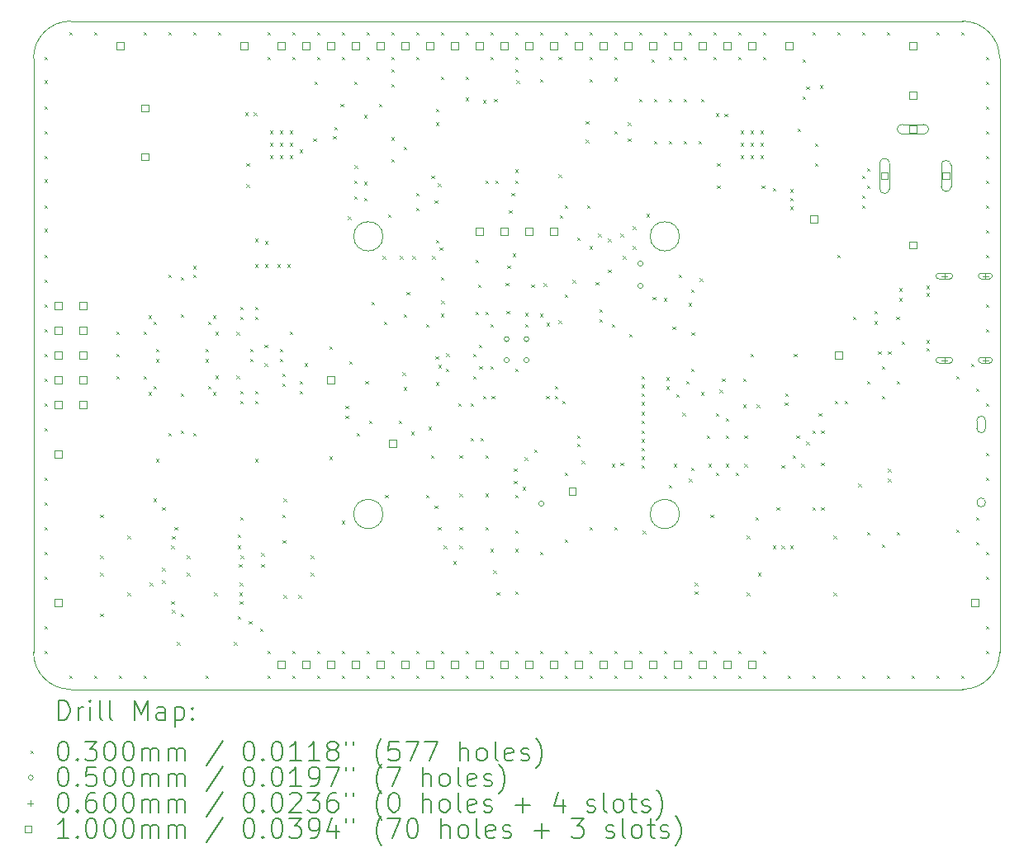
<source format=gbr>
%TF.GenerationSoftware,KiCad,Pcbnew,8.0.0*%
%TF.CreationDate,2024-07-21T16:15:32-03:00*%
%TF.ProjectId,STM32XP,53544d33-3258-4502-9e6b-696361645f70,00*%
%TF.SameCoordinates,Original*%
%TF.FileFunction,Drillmap*%
%TF.FilePolarity,Positive*%
%FSLAX45Y45*%
G04 Gerber Fmt 4.5, Leading zero omitted, Abs format (unit mm)*
G04 Created by KiCad (PCBNEW 8.0.0) date 2024-07-21 16:15:32*
%MOMM*%
%LPD*%
G01*
G04 APERTURE LIST*
%ADD10C,0.050000*%
%ADD11C,0.200000*%
%ADD12C,0.100000*%
G04 APERTURE END LIST*
D10*
X10428000Y-13429000D02*
X19572000Y-13429000D01*
X10047000Y-6952000D02*
G75*
G02*
X10428000Y-6571000I381000J0D01*
G01*
X10047000Y-6952000D02*
X10047000Y-13048000D01*
X10428000Y-13429000D02*
G75*
G02*
X10047000Y-13048000I0J381000D01*
G01*
X10428000Y-6571000D02*
X19572000Y-6571000D01*
X19953000Y-13048000D02*
G75*
G02*
X19572000Y-13429000I-381000J0D01*
G01*
X19572000Y-6571000D02*
G75*
G02*
X19953000Y-6952000I0J-381000D01*
G01*
X19953000Y-13048000D02*
X19953000Y-6952000D01*
X19718800Y-10751000D02*
X19718800Y-10671000D01*
X19808800Y-10671000D02*
X19808800Y-10751000D01*
X19718800Y-10671000D02*
G75*
G02*
X19808800Y-10671000I45000J0D01*
G01*
X19808800Y-10751000D02*
G75*
G02*
X19718800Y-10751000I-45000J0D01*
G01*
X19808800Y-11511000D02*
G75*
G02*
X19718800Y-11511000I-45000J0D01*
G01*
X19718800Y-11511000D02*
G75*
G02*
X19808800Y-11511000I45000J0D01*
G01*
X16670000Y-11630000D02*
G75*
G02*
X16370000Y-11630000I-150000J0D01*
G01*
X16370000Y-11630000D02*
G75*
G02*
X16670000Y-11630000I150000J0D01*
G01*
X16670000Y-8780000D02*
G75*
G02*
X16370000Y-8780000I-150000J0D01*
G01*
X16370000Y-8780000D02*
G75*
G02*
X16670000Y-8780000I150000J0D01*
G01*
X13630000Y-11630000D02*
G75*
G02*
X13330000Y-11630000I-150000J0D01*
G01*
X13330000Y-11630000D02*
G75*
G02*
X13630000Y-11630000I150000J0D01*
G01*
X13630000Y-8780000D02*
G75*
G02*
X13330000Y-8780000I-150000J0D01*
G01*
X13330000Y-8780000D02*
G75*
G02*
X13630000Y-8780000I150000J0D01*
G01*
D11*
D12*
X10159000Y-6937000D02*
X10189000Y-6967000D01*
X10189000Y-6937000D02*
X10159000Y-6967000D01*
X10159000Y-7178300D02*
X10189000Y-7208300D01*
X10189000Y-7178300D02*
X10159000Y-7208300D01*
X10159000Y-7445000D02*
X10189000Y-7475000D01*
X10189000Y-7445000D02*
X10159000Y-7475000D01*
X10159000Y-7699000D02*
X10189000Y-7729000D01*
X10189000Y-7699000D02*
X10159000Y-7729000D01*
X10159000Y-7953000D02*
X10189000Y-7983000D01*
X10189000Y-7953000D02*
X10159000Y-7983000D01*
X10159000Y-8194300D02*
X10189000Y-8224300D01*
X10189000Y-8194300D02*
X10159000Y-8224300D01*
X10159000Y-8461000D02*
X10189000Y-8491000D01*
X10189000Y-8461000D02*
X10159000Y-8491000D01*
X10159000Y-8702300D02*
X10189000Y-8732300D01*
X10189000Y-8702300D02*
X10159000Y-8732300D01*
X10159000Y-8969000D02*
X10189000Y-8999000D01*
X10189000Y-8969000D02*
X10159000Y-8999000D01*
X10159000Y-9223000D02*
X10189000Y-9253000D01*
X10189000Y-9223000D02*
X10159000Y-9253000D01*
X10159000Y-9477000D02*
X10189000Y-9507000D01*
X10189000Y-9477000D02*
X10159000Y-9507000D01*
X10159000Y-9731000D02*
X10189000Y-9761000D01*
X10189000Y-9731000D02*
X10159000Y-9761000D01*
X10159000Y-9985000D02*
X10189000Y-10015000D01*
X10189000Y-9985000D02*
X10159000Y-10015000D01*
X10159000Y-10239000D02*
X10189000Y-10269000D01*
X10189000Y-10239000D02*
X10159000Y-10269000D01*
X10159000Y-10493000D02*
X10189000Y-10523000D01*
X10189000Y-10493000D02*
X10159000Y-10523000D01*
X10159000Y-10747000D02*
X10189000Y-10777000D01*
X10189000Y-10747000D02*
X10159000Y-10777000D01*
X10159000Y-11255000D02*
X10189000Y-11285000D01*
X10189000Y-11255000D02*
X10159000Y-11285000D01*
X10159000Y-11509000D02*
X10189000Y-11539000D01*
X10189000Y-11509000D02*
X10159000Y-11539000D01*
X10159000Y-11763000D02*
X10189000Y-11793000D01*
X10189000Y-11763000D02*
X10159000Y-11793000D01*
X10159000Y-12017000D02*
X10189000Y-12047000D01*
X10189000Y-12017000D02*
X10159000Y-12047000D01*
X10159000Y-12271000D02*
X10189000Y-12301000D01*
X10189000Y-12271000D02*
X10159000Y-12301000D01*
X10159000Y-12779000D02*
X10189000Y-12809000D01*
X10189000Y-12779000D02*
X10159000Y-12809000D01*
X10159000Y-13033000D02*
X10189000Y-13063000D01*
X10189000Y-13033000D02*
X10159000Y-13063000D01*
X10413000Y-6683000D02*
X10443000Y-6713000D01*
X10443000Y-6683000D02*
X10413000Y-6713000D01*
X10413000Y-13287000D02*
X10443000Y-13317000D01*
X10443000Y-13287000D02*
X10413000Y-13317000D01*
X10667000Y-6683000D02*
X10697000Y-6713000D01*
X10697000Y-6683000D02*
X10667000Y-6713000D01*
X10667000Y-13287000D02*
X10697000Y-13317000D01*
X10697000Y-13287000D02*
X10667000Y-13317000D01*
X10730500Y-11636000D02*
X10760500Y-11666000D01*
X10760500Y-11636000D02*
X10730500Y-11666000D01*
X10730500Y-12055100D02*
X10760500Y-12085100D01*
X10760500Y-12055100D02*
X10730500Y-12085100D01*
X10730500Y-12232900D02*
X10760500Y-12262900D01*
X10760500Y-12232900D02*
X10730500Y-12262900D01*
X10730500Y-12652000D02*
X10760500Y-12682000D01*
X10760500Y-12652000D02*
X10730500Y-12682000D01*
X10895600Y-9756400D02*
X10925600Y-9786400D01*
X10925600Y-9756400D02*
X10895600Y-9786400D01*
X10895600Y-9985000D02*
X10925600Y-10015000D01*
X10925600Y-9985000D02*
X10895600Y-10015000D01*
X10895600Y-10213600D02*
X10925600Y-10243600D01*
X10925600Y-10213600D02*
X10895600Y-10243600D01*
X10921000Y-13287000D02*
X10951000Y-13317000D01*
X10951000Y-13287000D02*
X10921000Y-13317000D01*
X11009900Y-11851900D02*
X11039900Y-11881900D01*
X11039900Y-11851900D02*
X11009900Y-11881900D01*
X11009900Y-12436100D02*
X11039900Y-12466100D01*
X11039900Y-12436100D02*
X11009900Y-12466100D01*
X11175000Y-6683000D02*
X11205000Y-6713000D01*
X11205000Y-6683000D02*
X11175000Y-6713000D01*
X11175000Y-9756400D02*
X11205000Y-9786400D01*
X11205000Y-9756400D02*
X11175000Y-9786400D01*
X11175000Y-10213600D02*
X11205000Y-10243600D01*
X11205000Y-10213600D02*
X11175000Y-10243600D01*
X11175000Y-13287000D02*
X11205000Y-13317000D01*
X11205000Y-13287000D02*
X11175000Y-13317000D01*
X11225800Y-9591300D02*
X11255800Y-9621300D01*
X11255800Y-9591300D02*
X11225800Y-9621300D01*
X11225800Y-10378700D02*
X11255800Y-10408700D01*
X11255800Y-10378700D02*
X11225800Y-10408700D01*
X11238500Y-12334500D02*
X11268500Y-12364500D01*
X11268500Y-12334500D02*
X11238500Y-12364500D01*
X11276600Y-9654800D02*
X11306600Y-9684800D01*
X11306600Y-9654800D02*
X11276600Y-9684800D01*
X11276600Y-10315200D02*
X11306600Y-10345200D01*
X11306600Y-10315200D02*
X11276600Y-10345200D01*
X11276600Y-11470900D02*
X11306600Y-11500900D01*
X11306600Y-11470900D02*
X11276600Y-11500900D01*
X11302000Y-9934200D02*
X11332000Y-9964200D01*
X11332000Y-9934200D02*
X11302000Y-9964200D01*
X11302000Y-10039600D02*
X11332000Y-10069600D01*
X11332000Y-10039600D02*
X11302000Y-10069600D01*
X11302000Y-11064500D02*
X11332000Y-11094500D01*
X11332000Y-11064500D02*
X11302000Y-11094500D01*
X11365500Y-11559800D02*
X11395500Y-11589800D01*
X11395500Y-11559800D02*
X11365500Y-11589800D01*
X11365500Y-12182100D02*
X11395500Y-12212100D01*
X11395500Y-12182100D02*
X11365500Y-12212100D01*
X11365500Y-12309100D02*
X11395500Y-12339100D01*
X11395500Y-12309100D02*
X11365500Y-12339100D01*
X11429000Y-6683000D02*
X11459000Y-6713000D01*
X11459000Y-6683000D02*
X11429000Y-6713000D01*
X11429000Y-9172200D02*
X11459000Y-9202200D01*
X11459000Y-9172200D02*
X11429000Y-9202200D01*
X11429000Y-10797800D02*
X11459000Y-10827800D01*
X11459000Y-10797800D02*
X11429000Y-10827800D01*
X11460750Y-11953500D02*
X11490750Y-11983500D01*
X11490750Y-11953500D02*
X11460750Y-11983500D01*
X11460750Y-12525000D02*
X11490750Y-12555000D01*
X11490750Y-12525000D02*
X11460750Y-12555000D01*
X11464750Y-11854250D02*
X11494750Y-11884250D01*
X11494750Y-11854250D02*
X11464750Y-11884250D01*
X11467100Y-12613900D02*
X11497100Y-12643900D01*
X11497100Y-12613900D02*
X11467100Y-12643900D01*
X11492500Y-11763000D02*
X11522500Y-11793000D01*
X11522500Y-11763000D02*
X11492500Y-11793000D01*
X11517900Y-12944100D02*
X11547900Y-12974100D01*
X11547900Y-12944100D02*
X11517900Y-12974100D01*
X11556000Y-9197600D02*
X11586000Y-9227600D01*
X11586000Y-9197600D02*
X11556000Y-9227600D01*
X11556000Y-9578600D02*
X11586000Y-9608600D01*
X11586000Y-9578600D02*
X11556000Y-9608600D01*
X11556000Y-10391400D02*
X11586000Y-10421400D01*
X11586000Y-10391400D02*
X11556000Y-10421400D01*
X11556000Y-10772400D02*
X11586000Y-10802400D01*
X11586000Y-10772400D02*
X11556000Y-10802400D01*
X11556000Y-12652000D02*
X11586000Y-12682000D01*
X11586000Y-12652000D02*
X11556000Y-12682000D01*
X11619500Y-12055100D02*
X11649500Y-12085100D01*
X11649500Y-12055100D02*
X11619500Y-12085100D01*
X11619500Y-12232900D02*
X11649500Y-12262900D01*
X11649500Y-12232900D02*
X11619500Y-12262900D01*
X11683000Y-6683000D02*
X11713000Y-6713000D01*
X11713000Y-6683000D02*
X11683000Y-6713000D01*
X11683000Y-9083300D02*
X11713000Y-9113300D01*
X11713000Y-9083300D02*
X11683000Y-9113300D01*
X11683000Y-9172200D02*
X11713000Y-9202200D01*
X11713000Y-9172200D02*
X11683000Y-9202200D01*
X11683000Y-10797800D02*
X11713000Y-10827800D01*
X11713000Y-10797800D02*
X11683000Y-10827800D01*
X11810000Y-9934200D02*
X11840000Y-9964200D01*
X11840000Y-9934200D02*
X11810000Y-9964200D01*
X11810000Y-10039600D02*
X11840000Y-10069600D01*
X11840000Y-10039600D02*
X11810000Y-10069600D01*
X11810000Y-13287000D02*
X11840000Y-13317000D01*
X11840000Y-13287000D02*
X11810000Y-13317000D01*
X11835400Y-9654800D02*
X11865400Y-9684800D01*
X11865400Y-9654800D02*
X11835400Y-9684800D01*
X11835400Y-10315200D02*
X11865400Y-10345200D01*
X11865400Y-10315200D02*
X11835400Y-10345200D01*
X11886200Y-9591300D02*
X11916200Y-9621300D01*
X11916200Y-9591300D02*
X11886200Y-9621300D01*
X11886200Y-10378700D02*
X11916200Y-10408700D01*
X11916200Y-10378700D02*
X11886200Y-10408700D01*
X11898900Y-12436100D02*
X11928900Y-12466100D01*
X11928900Y-12436100D02*
X11898900Y-12466100D01*
X11911600Y-9759250D02*
X11941600Y-9789250D01*
X11941600Y-9759250D02*
X11911600Y-9789250D01*
X11911600Y-10210750D02*
X11941600Y-10240750D01*
X11941600Y-10210750D02*
X11911600Y-10240750D01*
X11937000Y-6683000D02*
X11967000Y-6713000D01*
X11967000Y-6683000D02*
X11937000Y-6713000D01*
X12102100Y-12944100D02*
X12132100Y-12974100D01*
X12132100Y-12944100D02*
X12102100Y-12974100D01*
X12127500Y-9759250D02*
X12157500Y-9789250D01*
X12157500Y-9759250D02*
X12127500Y-9789250D01*
X12127500Y-10210750D02*
X12157500Y-10240750D01*
X12157500Y-10210750D02*
X12127500Y-10240750D01*
X12140200Y-11839200D02*
X12170200Y-11869200D01*
X12170200Y-11839200D02*
X12140200Y-11869200D01*
X12140200Y-11953500D02*
X12170200Y-11983500D01*
X12170200Y-11953500D02*
X12140200Y-11983500D01*
X12140200Y-12677400D02*
X12170200Y-12707400D01*
X12170200Y-12677400D02*
X12140200Y-12707400D01*
X12152900Y-12144000D02*
X12182900Y-12174000D01*
X12182900Y-12144000D02*
X12152900Y-12174000D01*
X12155250Y-12433750D02*
X12185250Y-12463750D01*
X12185250Y-12433750D02*
X12155250Y-12463750D01*
X12159250Y-12334500D02*
X12189250Y-12364500D01*
X12189250Y-12334500D02*
X12159250Y-12364500D01*
X12159250Y-12525000D02*
X12189250Y-12555000D01*
X12189250Y-12525000D02*
X12159250Y-12555000D01*
X12165600Y-9502400D02*
X12195600Y-9532400D01*
X12195600Y-9502400D02*
X12165600Y-9532400D01*
X12165600Y-9604000D02*
X12195600Y-9634000D01*
X12195600Y-9604000D02*
X12165600Y-9634000D01*
X12165600Y-10366000D02*
X12195600Y-10396000D01*
X12195600Y-10366000D02*
X12165600Y-10396000D01*
X12165600Y-10467600D02*
X12195600Y-10497600D01*
X12195600Y-10467600D02*
X12165600Y-10497600D01*
X12165600Y-11661400D02*
X12195600Y-11691400D01*
X12195600Y-11661400D02*
X12165600Y-11691400D01*
X12167950Y-12052750D02*
X12197950Y-12082750D01*
X12197950Y-12052750D02*
X12167950Y-12082750D01*
X12216400Y-7508500D02*
X12246400Y-7538500D01*
X12246400Y-7508500D02*
X12216400Y-7538500D01*
X12229100Y-8029200D02*
X12259100Y-8059200D01*
X12259100Y-8029200D02*
X12229100Y-8059200D01*
X12229100Y-8245100D02*
X12259100Y-8275100D01*
X12259100Y-8245100D02*
X12229100Y-8275100D01*
X12254500Y-12728200D02*
X12284500Y-12758200D01*
X12284500Y-12728200D02*
X12254500Y-12758200D01*
X12267200Y-9934200D02*
X12297200Y-9964200D01*
X12297200Y-9934200D02*
X12267200Y-9964200D01*
X12267200Y-10035800D02*
X12297200Y-10065800D01*
X12297200Y-10035800D02*
X12267200Y-10065800D01*
X12305300Y-7508500D02*
X12335300Y-7538500D01*
X12335300Y-7508500D02*
X12305300Y-7538500D01*
X12318000Y-8801400D02*
X12348000Y-8831400D01*
X12348000Y-8801400D02*
X12318000Y-8831400D01*
X12318000Y-9068100D02*
X12348000Y-9098100D01*
X12348000Y-9068100D02*
X12318000Y-9098100D01*
X12318000Y-9502400D02*
X12348000Y-9532400D01*
X12348000Y-9502400D02*
X12318000Y-9532400D01*
X12318000Y-9604000D02*
X12348000Y-9634000D01*
X12348000Y-9604000D02*
X12318000Y-9634000D01*
X12318000Y-10366000D02*
X12348000Y-10396000D01*
X12348000Y-10366000D02*
X12318000Y-10396000D01*
X12318000Y-10467600D02*
X12348000Y-10497600D01*
X12348000Y-10467600D02*
X12318000Y-10497600D01*
X12318000Y-11064500D02*
X12348000Y-11094500D01*
X12348000Y-11064500D02*
X12318000Y-11094500D01*
X12368800Y-12804400D02*
X12398800Y-12834400D01*
X12398800Y-12804400D02*
X12368800Y-12834400D01*
X12381500Y-12029700D02*
X12411500Y-12059700D01*
X12411500Y-12029700D02*
X12381500Y-12059700D01*
X12381500Y-12144000D02*
X12411500Y-12174000D01*
X12411500Y-12144000D02*
X12381500Y-12174000D01*
X12413250Y-9889750D02*
X12443250Y-9919750D01*
X12443250Y-9889750D02*
X12413250Y-9919750D01*
X12413250Y-10080250D02*
X12443250Y-10110250D01*
X12443250Y-10080250D02*
X12413250Y-10110250D01*
X12419600Y-8828227D02*
X12449600Y-8858227D01*
X12449600Y-8828227D02*
X12419600Y-8858227D01*
X12419600Y-9068100D02*
X12449600Y-9098100D01*
X12449600Y-9068100D02*
X12419600Y-9098100D01*
X12445000Y-6683000D02*
X12475000Y-6713000D01*
X12475000Y-6683000D02*
X12445000Y-6713000D01*
X12445000Y-6937000D02*
X12475000Y-6967000D01*
X12475000Y-6937000D02*
X12445000Y-6967000D01*
X12445000Y-13033000D02*
X12475000Y-13063000D01*
X12475000Y-13033000D02*
X12445000Y-13063000D01*
X12445000Y-13287000D02*
X12475000Y-13317000D01*
X12475000Y-13287000D02*
X12445000Y-13317000D01*
X12470400Y-7696500D02*
X12500400Y-7726500D01*
X12500400Y-7696500D02*
X12470400Y-7726500D01*
X12470400Y-7823500D02*
X12500400Y-7853500D01*
X12500400Y-7823500D02*
X12470400Y-7853500D01*
X12470400Y-7950500D02*
X12500400Y-7980500D01*
X12500400Y-7950500D02*
X12470400Y-7980500D01*
X12546600Y-9068100D02*
X12576600Y-9098100D01*
X12576600Y-9068100D02*
X12546600Y-9098100D01*
X12572000Y-7696500D02*
X12602000Y-7726500D01*
X12602000Y-7696500D02*
X12572000Y-7726500D01*
X12572000Y-7823500D02*
X12602000Y-7853500D01*
X12602000Y-7823500D02*
X12572000Y-7853500D01*
X12572000Y-7950500D02*
X12602000Y-7980500D01*
X12602000Y-7950500D02*
X12572000Y-7980500D01*
X12572000Y-9934200D02*
X12602000Y-9964200D01*
X12602000Y-9934200D02*
X12572000Y-9964200D01*
X12572000Y-10035800D02*
X12602000Y-10065800D01*
X12602000Y-10035800D02*
X12572000Y-10065800D01*
X12597400Y-10188200D02*
X12627400Y-10218200D01*
X12627400Y-10188200D02*
X12597400Y-10218200D01*
X12597400Y-10289800D02*
X12627400Y-10319800D01*
X12627400Y-10289800D02*
X12597400Y-10319800D01*
X12597400Y-11636000D02*
X12627400Y-11666000D01*
X12627400Y-11636000D02*
X12597400Y-11666000D01*
X12603428Y-11899710D02*
X12633428Y-11929710D01*
X12633428Y-11899710D02*
X12603428Y-11929710D01*
X12610100Y-11470900D02*
X12640100Y-11500900D01*
X12640100Y-11470900D02*
X12610100Y-11500900D01*
X12610100Y-12461500D02*
X12640100Y-12491500D01*
X12640100Y-12461500D02*
X12610100Y-12491500D01*
X12648200Y-9068100D02*
X12678200Y-9098100D01*
X12678200Y-9068100D02*
X12648200Y-9098100D01*
X12673600Y-7696500D02*
X12703600Y-7726500D01*
X12703600Y-7696500D02*
X12673600Y-7726500D01*
X12673600Y-7823500D02*
X12703600Y-7853500D01*
X12703600Y-7823500D02*
X12673600Y-7853500D01*
X12673600Y-7950500D02*
X12703600Y-7980500D01*
X12703600Y-7950500D02*
X12673600Y-7980500D01*
X12673600Y-9756400D02*
X12703600Y-9786400D01*
X12703600Y-9756400D02*
X12673600Y-9786400D01*
X12699000Y-6683000D02*
X12729000Y-6713000D01*
X12729000Y-6683000D02*
X12699000Y-6713000D01*
X12699000Y-6937000D02*
X12729000Y-6967000D01*
X12729000Y-6937000D02*
X12699000Y-6967000D01*
X12699000Y-13033000D02*
X12729000Y-13063000D01*
X12729000Y-13033000D02*
X12699000Y-13063000D01*
X12699000Y-13287000D02*
X12729000Y-13317000D01*
X12729000Y-13287000D02*
X12699000Y-13317000D01*
X12762500Y-12461500D02*
X12792500Y-12491500D01*
X12792500Y-12461500D02*
X12762500Y-12491500D01*
X12775200Y-7889500D02*
X12805200Y-7919500D01*
X12805200Y-7889500D02*
X12775200Y-7919500D01*
X12775200Y-10264400D02*
X12805200Y-10294400D01*
X12805200Y-10264400D02*
X12775200Y-10294400D01*
X12775200Y-10366000D02*
X12805200Y-10396000D01*
X12805200Y-10366000D02*
X12775200Y-10396000D01*
X12826000Y-10080250D02*
X12856000Y-10110250D01*
X12856000Y-10080250D02*
X12826000Y-10110250D01*
X12889500Y-12055100D02*
X12919500Y-12085100D01*
X12919500Y-12055100D02*
X12889500Y-12085100D01*
X12889500Y-12232900D02*
X12919500Y-12262900D01*
X12919500Y-12232900D02*
X12889500Y-12262900D01*
X12914900Y-7775200D02*
X12944900Y-7805200D01*
X12944900Y-7775200D02*
X12914900Y-7805200D01*
X12927600Y-7191000D02*
X12957600Y-7221000D01*
X12957600Y-7191000D02*
X12927600Y-7221000D01*
X12953000Y-6683000D02*
X12983000Y-6713000D01*
X12983000Y-6683000D02*
X12953000Y-6713000D01*
X12953000Y-6937000D02*
X12983000Y-6967000D01*
X12983000Y-6937000D02*
X12953000Y-6967000D01*
X12953000Y-13033000D02*
X12983000Y-13063000D01*
X12983000Y-13033000D02*
X12953000Y-13063000D01*
X12953000Y-13287000D02*
X12983000Y-13317000D01*
X12983000Y-13287000D02*
X12953000Y-13317000D01*
X13080000Y-9908800D02*
X13110000Y-9938800D01*
X13110000Y-9908800D02*
X13080000Y-9938800D01*
X13080000Y-11039100D02*
X13110000Y-11069100D01*
X13110000Y-11039100D02*
X13080000Y-11069100D01*
X13118100Y-7749800D02*
X13148100Y-7779800D01*
X13148100Y-7749800D02*
X13118100Y-7779800D01*
X13130800Y-7654550D02*
X13160800Y-7684550D01*
X13160800Y-7654550D02*
X13130800Y-7684550D01*
X13194300Y-7419600D02*
X13224300Y-7449600D01*
X13224300Y-7419600D02*
X13194300Y-7449600D01*
X13207000Y-6683000D02*
X13237000Y-6713000D01*
X13237000Y-6683000D02*
X13207000Y-6713000D01*
X13207000Y-6937000D02*
X13237000Y-6967000D01*
X13237000Y-6937000D02*
X13207000Y-6967000D01*
X13207000Y-11699500D02*
X13237000Y-11729500D01*
X13237000Y-11699500D02*
X13207000Y-11729500D01*
X13207000Y-13033000D02*
X13237000Y-13063000D01*
X13237000Y-13033000D02*
X13207000Y-13063000D01*
X13207000Y-13287000D02*
X13237000Y-13317000D01*
X13237000Y-13287000D02*
X13207000Y-13317000D01*
X13245100Y-10518400D02*
X13275100Y-10548400D01*
X13275100Y-10518400D02*
X13245100Y-10548400D01*
X13245100Y-10620000D02*
X13275100Y-10650000D01*
X13275100Y-10620000D02*
X13245100Y-10650000D01*
X13270500Y-8575300D02*
X13300500Y-8605300D01*
X13300500Y-8575300D02*
X13270500Y-8605300D01*
X13283200Y-10061200D02*
X13313200Y-10091200D01*
X13313200Y-10061200D02*
X13283200Y-10091200D01*
X13334000Y-7191000D02*
X13364000Y-7221000D01*
X13364000Y-7191000D02*
X13334000Y-7221000D01*
X13334000Y-8207000D02*
X13364000Y-8237000D01*
X13364000Y-8207000D02*
X13334000Y-8237000D01*
X13334000Y-8365750D02*
X13364000Y-8395750D01*
X13364000Y-8365750D02*
X13334000Y-8395750D01*
X13336908Y-8048250D02*
X13366908Y-8078250D01*
X13366908Y-8048250D02*
X13336908Y-8078250D01*
X13359400Y-10797800D02*
X13389400Y-10827800D01*
X13389400Y-10797800D02*
X13359400Y-10827800D01*
X13435600Y-7533900D02*
X13465600Y-7563900D01*
X13465600Y-7533900D02*
X13435600Y-7563900D01*
X13435600Y-8219700D02*
X13465600Y-8249700D01*
X13465600Y-8219700D02*
X13435600Y-8249700D01*
X13435600Y-8384800D02*
X13465600Y-8414800D01*
X13465600Y-8384800D02*
X13435600Y-8414800D01*
X13448300Y-10264400D02*
X13478300Y-10294400D01*
X13478300Y-10264400D02*
X13448300Y-10294400D01*
X13461000Y-6683000D02*
X13491000Y-6713000D01*
X13491000Y-6683000D02*
X13461000Y-6713000D01*
X13461000Y-6937000D02*
X13491000Y-6967000D01*
X13491000Y-6937000D02*
X13461000Y-6967000D01*
X13461000Y-13033000D02*
X13491000Y-13063000D01*
X13491000Y-13033000D02*
X13461000Y-13063000D01*
X13461000Y-13287000D02*
X13491000Y-13317000D01*
X13491000Y-13287000D02*
X13461000Y-13317000D01*
X13486400Y-10670800D02*
X13516400Y-10700800D01*
X13516400Y-10670800D02*
X13486400Y-10700800D01*
X13511800Y-9451600D02*
X13541800Y-9481600D01*
X13541800Y-9451600D02*
X13511800Y-9481600D01*
X13588000Y-7419600D02*
X13618000Y-7449600D01*
X13618000Y-7419600D02*
X13588000Y-7449600D01*
X13626100Y-8981700D02*
X13656100Y-9011700D01*
X13656100Y-8981700D02*
X13626100Y-9011700D01*
X13638800Y-9654800D02*
X13668800Y-9684800D01*
X13668800Y-9654800D02*
X13638800Y-9684800D01*
X13651500Y-11432800D02*
X13681500Y-11462800D01*
X13681500Y-11432800D02*
X13651500Y-11462800D01*
X13679250Y-8552250D02*
X13709250Y-8582250D01*
X13709250Y-8552250D02*
X13679250Y-8582250D01*
X13715000Y-6683000D02*
X13745000Y-6713000D01*
X13745000Y-6683000D02*
X13715000Y-6713000D01*
X13715000Y-6937000D02*
X13745000Y-6967000D01*
X13745000Y-6937000D02*
X13715000Y-6967000D01*
X13715000Y-7064000D02*
X13745000Y-7094000D01*
X13745000Y-7064000D02*
X13715000Y-7094000D01*
X13715000Y-7216400D02*
X13745000Y-7246400D01*
X13745000Y-7216400D02*
X13715000Y-7246400D01*
X13715000Y-7762500D02*
X13745000Y-7792500D01*
X13745000Y-7762500D02*
X13715000Y-7792500D01*
X13715000Y-7984750D02*
X13745000Y-8014750D01*
X13745000Y-7984750D02*
X13715000Y-8014750D01*
X13715000Y-13033000D02*
X13745000Y-13063000D01*
X13745000Y-13033000D02*
X13715000Y-13063000D01*
X13715000Y-13287000D02*
X13745000Y-13317000D01*
X13745000Y-13287000D02*
X13715000Y-13317000D01*
X13791200Y-10670800D02*
X13821200Y-10700800D01*
X13821200Y-10670800D02*
X13791200Y-10700800D01*
X13803900Y-8981700D02*
X13833900Y-9011700D01*
X13833900Y-8981700D02*
X13803900Y-9011700D01*
X13829300Y-10175500D02*
X13859300Y-10205500D01*
X13859300Y-10175500D02*
X13829300Y-10205500D01*
X13842000Y-7857750D02*
X13872000Y-7887750D01*
X13872000Y-7857750D02*
X13842000Y-7887750D01*
X13842000Y-9578600D02*
X13872000Y-9608600D01*
X13872000Y-9578600D02*
X13842000Y-9608600D01*
X13842000Y-10327900D02*
X13872000Y-10357900D01*
X13872000Y-10327900D02*
X13842000Y-10357900D01*
X13873750Y-9350000D02*
X13903750Y-9380000D01*
X13903750Y-9350000D02*
X13873750Y-9380000D01*
X13918200Y-10785100D02*
X13948200Y-10815100D01*
X13948200Y-10785100D02*
X13918200Y-10815100D01*
X13930900Y-8981700D02*
X13960900Y-9011700D01*
X13960900Y-8981700D02*
X13930900Y-9011700D01*
X13969000Y-6683000D02*
X13999000Y-6713000D01*
X13999000Y-6683000D02*
X13969000Y-6713000D01*
X13969000Y-6937000D02*
X13999000Y-6967000D01*
X13999000Y-6937000D02*
X13969000Y-6967000D01*
X13969000Y-8334000D02*
X13999000Y-8364000D01*
X13999000Y-8334000D02*
X13969000Y-8364000D01*
X13969000Y-8486400D02*
X13999000Y-8516400D01*
X13999000Y-8486400D02*
X13969000Y-8516400D01*
X13969000Y-13033000D02*
X13999000Y-13063000D01*
X13999000Y-13033000D02*
X13969000Y-13063000D01*
X13969000Y-13287000D02*
X13999000Y-13317000D01*
X13999000Y-13287000D02*
X13969000Y-13317000D01*
X14070600Y-9680200D02*
X14100600Y-9710200D01*
X14100600Y-9680200D02*
X14070600Y-9710200D01*
X14070600Y-11432800D02*
X14100600Y-11462800D01*
X14100600Y-11432800D02*
X14070600Y-11462800D01*
X14096000Y-10734300D02*
X14126000Y-10764300D01*
X14126000Y-10734300D02*
X14096000Y-10764300D01*
X14121400Y-11026400D02*
X14151400Y-11056400D01*
X14151400Y-11026400D02*
X14121400Y-11056400D01*
X14127750Y-8156200D02*
X14157750Y-8186200D01*
X14157750Y-8156200D02*
X14127750Y-8186200D01*
X14134100Y-8981700D02*
X14164100Y-9011700D01*
X14164100Y-8981700D02*
X14134100Y-9011700D01*
X14159500Y-8410200D02*
X14189500Y-8440200D01*
X14189500Y-8410200D02*
X14159500Y-8440200D01*
X14159500Y-11540750D02*
X14189500Y-11570750D01*
X14189500Y-11540750D02*
X14159500Y-11570750D01*
X14170176Y-10008377D02*
X14200176Y-10038377D01*
X14200176Y-10008377D02*
X14170176Y-10038377D01*
X14172200Y-7470400D02*
X14202200Y-7500400D01*
X14202200Y-7470400D02*
X14172200Y-7500400D01*
X14172200Y-7610100D02*
X14202200Y-7640100D01*
X14202200Y-7610100D02*
X14172200Y-7640100D01*
X14172200Y-8816600D02*
X14202200Y-8846600D01*
X14202200Y-8816600D02*
X14172200Y-8846600D01*
X14172200Y-10277100D02*
X14202200Y-10307100D01*
X14202200Y-10277100D02*
X14172200Y-10307100D01*
X14191250Y-8234750D02*
X14221250Y-8264750D01*
X14221250Y-8234750D02*
X14191250Y-8264750D01*
X14191250Y-11763000D02*
X14221250Y-11793000D01*
X14221250Y-11763000D02*
X14191250Y-11793000D01*
X14197600Y-10099300D02*
X14227600Y-10129300D01*
X14227600Y-10099300D02*
X14197600Y-10129300D01*
X14210300Y-8892800D02*
X14240300Y-8922800D01*
X14240300Y-8892800D02*
X14210300Y-8922800D01*
X14223000Y-6683000D02*
X14253000Y-6713000D01*
X14253000Y-6683000D02*
X14223000Y-6713000D01*
X14223000Y-7140200D02*
X14253000Y-7170200D01*
X14253000Y-7140200D02*
X14223000Y-7170200D01*
X14223000Y-9197600D02*
X14253000Y-9227600D01*
X14253000Y-9197600D02*
X14223000Y-9227600D01*
X14223000Y-9572250D02*
X14253000Y-9602250D01*
X14253000Y-9572250D02*
X14223000Y-9602250D01*
X14223000Y-13033000D02*
X14253000Y-13063000D01*
X14253000Y-13033000D02*
X14223000Y-13063000D01*
X14223000Y-13287000D02*
X14253000Y-13317000D01*
X14253000Y-13287000D02*
X14223000Y-13317000D01*
X14226500Y-9438900D02*
X14256500Y-9468900D01*
X14256500Y-9438900D02*
X14226500Y-9468900D01*
X14254750Y-11953500D02*
X14284750Y-11983500D01*
X14284750Y-11953500D02*
X14254750Y-11983500D01*
X14273800Y-10137400D02*
X14303800Y-10167400D01*
X14303800Y-10137400D02*
X14273800Y-10167400D01*
X14280150Y-9978650D02*
X14310150Y-10008650D01*
X14310150Y-9978650D02*
X14280150Y-10008650D01*
X14350000Y-12112250D02*
X14380000Y-12142250D01*
X14380000Y-12112250D02*
X14350000Y-12142250D01*
X14400800Y-10493000D02*
X14430800Y-10523000D01*
X14430800Y-10493000D02*
X14400800Y-10523000D01*
X14413500Y-11026400D02*
X14443500Y-11056400D01*
X14443500Y-11026400D02*
X14413500Y-11056400D01*
X14413500Y-11420100D02*
X14443500Y-11450100D01*
X14443500Y-11420100D02*
X14413500Y-11450100D01*
X14413500Y-11763000D02*
X14443500Y-11793000D01*
X14443500Y-11763000D02*
X14413500Y-11793000D01*
X14413500Y-11953500D02*
X14443500Y-11983500D01*
X14443500Y-11953500D02*
X14413500Y-11983500D01*
X14477000Y-6683000D02*
X14507000Y-6713000D01*
X14507000Y-6683000D02*
X14477000Y-6713000D01*
X14477000Y-7140200D02*
X14507000Y-7170200D01*
X14507000Y-7140200D02*
X14477000Y-7170200D01*
X14477000Y-7356100D02*
X14507000Y-7386100D01*
X14507000Y-7356100D02*
X14477000Y-7386100D01*
X14477000Y-13033000D02*
X14507000Y-13063000D01*
X14507000Y-13033000D02*
X14477000Y-13063000D01*
X14477000Y-13287000D02*
X14507000Y-13317000D01*
X14507000Y-13287000D02*
X14477000Y-13317000D01*
X14527800Y-10493000D02*
X14557800Y-10523000D01*
X14557800Y-10493000D02*
X14527800Y-10523000D01*
X14527800Y-10848600D02*
X14557800Y-10878600D01*
X14557800Y-10848600D02*
X14527800Y-10878600D01*
X14553200Y-9985000D02*
X14583200Y-10015000D01*
X14583200Y-9985000D02*
X14553200Y-10015000D01*
X14553200Y-10213600D02*
X14583200Y-10243600D01*
X14583200Y-10213600D02*
X14553200Y-10243600D01*
X14578600Y-9019800D02*
X14608600Y-9049800D01*
X14608600Y-9019800D02*
X14578600Y-9049800D01*
X14578600Y-9553200D02*
X14608600Y-9583200D01*
X14608600Y-9553200D02*
X14578600Y-9583200D01*
X14604000Y-9273800D02*
X14634000Y-9303800D01*
X14634000Y-9273800D02*
X14604000Y-9303800D01*
X14614123Y-9889477D02*
X14644123Y-9919477D01*
X14644123Y-9889477D02*
X14614123Y-9919477D01*
X14616700Y-10112000D02*
X14646700Y-10142000D01*
X14646700Y-10112000D02*
X14616700Y-10142000D01*
X14629400Y-10848600D02*
X14659400Y-10878600D01*
X14659400Y-10848600D02*
X14629400Y-10878600D01*
X14653921Y-10416466D02*
X14683921Y-10446466D01*
X14683921Y-10416466D02*
X14653921Y-10446466D01*
X14654800Y-7381500D02*
X14684800Y-7411500D01*
X14684800Y-7381500D02*
X14654800Y-7411500D01*
X14680200Y-8207000D02*
X14710200Y-8237000D01*
X14710200Y-8207000D02*
X14680200Y-8237000D01*
X14680200Y-9553200D02*
X14710200Y-9583200D01*
X14710200Y-9553200D02*
X14680200Y-9583200D01*
X14680200Y-11026400D02*
X14710200Y-11056400D01*
X14710200Y-11026400D02*
X14680200Y-11056400D01*
X14680200Y-11420100D02*
X14710200Y-11450100D01*
X14710200Y-11420100D02*
X14680200Y-11450100D01*
X14680200Y-11763000D02*
X14710200Y-11793000D01*
X14710200Y-11763000D02*
X14680200Y-11793000D01*
X14731000Y-6683000D02*
X14761000Y-6713000D01*
X14761000Y-6683000D02*
X14731000Y-6713000D01*
X14731000Y-6937000D02*
X14761000Y-6967000D01*
X14761000Y-6937000D02*
X14731000Y-6967000D01*
X14731000Y-9680200D02*
X14761000Y-9710200D01*
X14761000Y-9680200D02*
X14731000Y-9710200D01*
X14731000Y-10112000D02*
X14761000Y-10142000D01*
X14761000Y-10112000D02*
X14731000Y-10142000D01*
X14731000Y-11985250D02*
X14761000Y-12015250D01*
X14761000Y-11985250D02*
X14731000Y-12015250D01*
X14731000Y-13033000D02*
X14761000Y-13063000D01*
X14761000Y-13033000D02*
X14731000Y-13063000D01*
X14731000Y-13287000D02*
X14761000Y-13317000D01*
X14761000Y-13287000D02*
X14731000Y-13317000D01*
X14743700Y-10416800D02*
X14773700Y-10446800D01*
X14773700Y-10416800D02*
X14743700Y-10446800D01*
X14762750Y-12207500D02*
X14792750Y-12237500D01*
X14792750Y-12207500D02*
X14762750Y-12237500D01*
X14769100Y-7368800D02*
X14799100Y-7398800D01*
X14799100Y-7368800D02*
X14769100Y-7398800D01*
X14781800Y-8207000D02*
X14811800Y-8237000D01*
X14811800Y-8207000D02*
X14781800Y-8237000D01*
X14794500Y-12429750D02*
X14824500Y-12459750D01*
X14824500Y-12429750D02*
X14794500Y-12459750D01*
X14889750Y-9254750D02*
X14919750Y-9284750D01*
X14919750Y-9254750D02*
X14889750Y-9284750D01*
X14895588Y-9544617D02*
X14925588Y-9574617D01*
X14925588Y-9544617D02*
X14895588Y-9574617D01*
X14904586Y-9080337D02*
X14934586Y-9110337D01*
X14934586Y-9080337D02*
X14904586Y-9110337D01*
X14921500Y-8511800D02*
X14951500Y-8541800D01*
X14951500Y-8511800D02*
X14921500Y-8541800D01*
X14946900Y-8334000D02*
X14976900Y-8364000D01*
X14976900Y-8334000D02*
X14946900Y-8364000D01*
X14959600Y-8956300D02*
X14989600Y-8986300D01*
X14989600Y-8956300D02*
X14959600Y-8986300D01*
X14970000Y-11159750D02*
X15000000Y-11189750D01*
X15000000Y-11159750D02*
X14970000Y-11189750D01*
X14970000Y-11286750D02*
X15000000Y-11316750D01*
X15000000Y-11286750D02*
X14970000Y-11316750D01*
X14985000Y-6683000D02*
X15015000Y-6713000D01*
X15015000Y-6683000D02*
X14985000Y-6713000D01*
X14985000Y-6937000D02*
X15015000Y-6967000D01*
X15015000Y-6937000D02*
X14985000Y-6967000D01*
X14985000Y-7064000D02*
X15015000Y-7094000D01*
X15015000Y-7064000D02*
X14985000Y-7094000D01*
X14985000Y-8092700D02*
X15015000Y-8122700D01*
X15015000Y-8092700D02*
X14985000Y-8122700D01*
X14985000Y-8207000D02*
X15015000Y-8237000D01*
X15015000Y-8207000D02*
X14985000Y-8237000D01*
X14985000Y-10137400D02*
X15015000Y-10167400D01*
X15015000Y-10137400D02*
X14985000Y-10167400D01*
X14985000Y-11432800D02*
X15015000Y-11462800D01*
X15015000Y-11432800D02*
X14985000Y-11462800D01*
X14985000Y-11794750D02*
X15015000Y-11824750D01*
X15015000Y-11794750D02*
X14985000Y-11824750D01*
X14985000Y-11985250D02*
X15015000Y-12015250D01*
X15015000Y-11985250D02*
X14985000Y-12015250D01*
X14985000Y-12423400D02*
X15015000Y-12453400D01*
X15015000Y-12423400D02*
X14985000Y-12453400D01*
X14985000Y-13033000D02*
X15015000Y-13063000D01*
X15015000Y-13033000D02*
X14985000Y-13063000D01*
X14985000Y-13287000D02*
X15015000Y-13317000D01*
X15015000Y-13287000D02*
X14985000Y-13317000D01*
X14997700Y-7178300D02*
X15027700Y-7208300D01*
X15027700Y-7178300D02*
X14997700Y-7208300D01*
X15061200Y-11350250D02*
X15091200Y-11380250D01*
X15091200Y-11350250D02*
X15061200Y-11380250D01*
X15080250Y-11048625D02*
X15110250Y-11078625D01*
X15110250Y-11048625D02*
X15080250Y-11078625D01*
X15086600Y-9565900D02*
X15116600Y-9595900D01*
X15116600Y-9565900D02*
X15086600Y-9595900D01*
X15086600Y-9680200D02*
X15116600Y-9710200D01*
X15116600Y-9680200D02*
X15086600Y-9710200D01*
X15150100Y-9273800D02*
X15180100Y-9303800D01*
X15180100Y-9273800D02*
X15150100Y-9303800D01*
X15177856Y-10966128D02*
X15207856Y-10996128D01*
X15207856Y-10966128D02*
X15177856Y-10996128D01*
X15239000Y-6683000D02*
X15269000Y-6713000D01*
X15269000Y-6683000D02*
X15239000Y-6713000D01*
X15239000Y-6937000D02*
X15269000Y-6967000D01*
X15269000Y-6937000D02*
X15239000Y-6967000D01*
X15239000Y-7165600D02*
X15269000Y-7195600D01*
X15269000Y-7165600D02*
X15239000Y-7195600D01*
X15239000Y-9572250D02*
X15269000Y-9602250D01*
X15269000Y-9572250D02*
X15239000Y-9602250D01*
X15239000Y-12017000D02*
X15269000Y-12047000D01*
X15269000Y-12017000D02*
X15239000Y-12047000D01*
X15239000Y-13033000D02*
X15269000Y-13063000D01*
X15269000Y-13033000D02*
X15239000Y-13063000D01*
X15239000Y-13287000D02*
X15269000Y-13317000D01*
X15269000Y-13287000D02*
X15239000Y-13317000D01*
X15275948Y-9259949D02*
X15305948Y-9289949D01*
X15305948Y-9259949D02*
X15275948Y-9289949D01*
X15302500Y-10416800D02*
X15332500Y-10446800D01*
X15332500Y-10416800D02*
X15302500Y-10446800D01*
X15306000Y-9667500D02*
X15336000Y-9697500D01*
X15336000Y-9667500D02*
X15306000Y-9697500D01*
X15391400Y-10315200D02*
X15421400Y-10345200D01*
X15421400Y-10315200D02*
X15391400Y-10345200D01*
X15391400Y-10416800D02*
X15421400Y-10446800D01*
X15421400Y-10416800D02*
X15391400Y-10446800D01*
X15428016Y-9642479D02*
X15458016Y-9672479D01*
X15458016Y-9642479D02*
X15428016Y-9672479D01*
X15429500Y-6937000D02*
X15459500Y-6967000D01*
X15459500Y-6937000D02*
X15429500Y-6967000D01*
X15429500Y-8143500D02*
X15459500Y-8173500D01*
X15459500Y-8143500D02*
X15429500Y-8173500D01*
X15442200Y-8562600D02*
X15472200Y-8592600D01*
X15472200Y-8562600D02*
X15442200Y-8592600D01*
X15467600Y-10467600D02*
X15497600Y-10497600D01*
X15497600Y-10467600D02*
X15467600Y-10497600D01*
X15493000Y-6683000D02*
X15523000Y-6713000D01*
X15523000Y-6683000D02*
X15493000Y-6713000D01*
X15493000Y-8461000D02*
X15523000Y-8491000D01*
X15523000Y-8461000D02*
X15493000Y-8491000D01*
X15493000Y-9375400D02*
X15523000Y-9405400D01*
X15523000Y-9375400D02*
X15493000Y-9405400D01*
X15493000Y-11204200D02*
X15523000Y-11234200D01*
X15523000Y-11204200D02*
X15493000Y-11234200D01*
X15493000Y-11890000D02*
X15523000Y-11920000D01*
X15523000Y-11890000D02*
X15493000Y-11920000D01*
X15493000Y-13033000D02*
X15523000Y-13063000D01*
X15523000Y-13033000D02*
X15493000Y-13063000D01*
X15493000Y-13287000D02*
X15523000Y-13317000D01*
X15523000Y-13287000D02*
X15493000Y-13317000D01*
X15571526Y-9225327D02*
X15601526Y-9255327D01*
X15601526Y-9225327D02*
X15571526Y-9255327D01*
X15620000Y-8791200D02*
X15650000Y-8821200D01*
X15650000Y-8791200D02*
X15620000Y-8821200D01*
X15620000Y-10823200D02*
X15650000Y-10853200D01*
X15650000Y-10823200D02*
X15620000Y-10853200D01*
X15620000Y-10905750D02*
X15650000Y-10935750D01*
X15650000Y-10905750D02*
X15620000Y-10935750D01*
X15667625Y-11080375D02*
X15697625Y-11110375D01*
X15697625Y-11080375D02*
X15667625Y-11110375D01*
X15708900Y-7597400D02*
X15738900Y-7627400D01*
X15738900Y-7597400D02*
X15708900Y-7627400D01*
X15708900Y-7787900D02*
X15738900Y-7817900D01*
X15738900Y-7787900D02*
X15708900Y-7817900D01*
X15721600Y-8461000D02*
X15751600Y-8491000D01*
X15751600Y-8461000D02*
X15721600Y-8491000D01*
X15747000Y-6683000D02*
X15777000Y-6713000D01*
X15777000Y-6683000D02*
X15747000Y-6713000D01*
X15747000Y-6937000D02*
X15777000Y-6967000D01*
X15777000Y-6937000D02*
X15747000Y-6967000D01*
X15747000Y-7165600D02*
X15777000Y-7195600D01*
X15777000Y-7165600D02*
X15747000Y-7195600D01*
X15747000Y-8880100D02*
X15777000Y-8910100D01*
X15777000Y-8880100D02*
X15747000Y-8910100D01*
X15747000Y-11763000D02*
X15777000Y-11793000D01*
X15777000Y-11763000D02*
X15747000Y-11793000D01*
X15747000Y-13033000D02*
X15777000Y-13063000D01*
X15777000Y-13033000D02*
X15747000Y-13063000D01*
X15747000Y-13287000D02*
X15777000Y-13317000D01*
X15777000Y-13287000D02*
X15747000Y-13317000D01*
X15810500Y-9248400D02*
X15840500Y-9278400D01*
X15840500Y-9248400D02*
X15810500Y-9278400D01*
X15835900Y-8753100D02*
X15865900Y-8783100D01*
X15865900Y-8753100D02*
X15835900Y-8783100D01*
X15848600Y-9527800D02*
X15878600Y-9557800D01*
X15878600Y-9527800D02*
X15848600Y-9557800D01*
X15848600Y-9629400D02*
X15878600Y-9659400D01*
X15878600Y-9629400D02*
X15848600Y-9659400D01*
X15937500Y-8803900D02*
X15967500Y-8833900D01*
X15967500Y-8803900D02*
X15937500Y-8833900D01*
X15937500Y-9121400D02*
X15967500Y-9151400D01*
X15967500Y-9121400D02*
X15937500Y-9151400D01*
X15975600Y-9680200D02*
X16005600Y-9710200D01*
X16005600Y-9680200D02*
X15975600Y-9710200D01*
X15975600Y-11115300D02*
X16005600Y-11145300D01*
X16005600Y-11115300D02*
X15975600Y-11145300D01*
X16001000Y-6683000D02*
X16031000Y-6713000D01*
X16031000Y-6683000D02*
X16001000Y-6713000D01*
X16001000Y-6937000D02*
X16031000Y-6967000D01*
X16031000Y-6937000D02*
X16001000Y-6967000D01*
X16001000Y-7152900D02*
X16031000Y-7182900D01*
X16031000Y-7152900D02*
X16001000Y-7182900D01*
X16001000Y-7699000D02*
X16031000Y-7729000D01*
X16031000Y-7699000D02*
X16001000Y-7729000D01*
X16001000Y-11763000D02*
X16031000Y-11793000D01*
X16031000Y-11763000D02*
X16001000Y-11793000D01*
X16001000Y-13033000D02*
X16031000Y-13063000D01*
X16031000Y-13033000D02*
X16001000Y-13063000D01*
X16001000Y-13287000D02*
X16031000Y-13317000D01*
X16031000Y-13287000D02*
X16001000Y-13317000D01*
X16064500Y-8753100D02*
X16094500Y-8783100D01*
X16094500Y-8753100D02*
X16064500Y-8783100D01*
X16064500Y-11102600D02*
X16094500Y-11132600D01*
X16094500Y-11102600D02*
X16064500Y-11132600D01*
X16089900Y-8981700D02*
X16119900Y-9011700D01*
X16119900Y-8981700D02*
X16089900Y-9011700D01*
X16140700Y-7610100D02*
X16170700Y-7640100D01*
X16170700Y-7610100D02*
X16140700Y-7640100D01*
X16140700Y-7775200D02*
X16170700Y-7805200D01*
X16170700Y-7775200D02*
X16140700Y-7805200D01*
X16153400Y-9781800D02*
X16183400Y-9811800D01*
X16183400Y-9781800D02*
X16153400Y-9811800D01*
X16191500Y-8676900D02*
X16221500Y-8706900D01*
X16221500Y-8676900D02*
X16191500Y-8706900D01*
X16191500Y-8880100D02*
X16221500Y-8910100D01*
X16221500Y-8880100D02*
X16191500Y-8910100D01*
X16255000Y-6683000D02*
X16285000Y-6713000D01*
X16285000Y-6683000D02*
X16255000Y-6713000D01*
X16255000Y-7368800D02*
X16285000Y-7398800D01*
X16285000Y-7368800D02*
X16255000Y-7398800D01*
X16255000Y-13033000D02*
X16285000Y-13063000D01*
X16285000Y-13033000D02*
X16255000Y-13063000D01*
X16255000Y-13287000D02*
X16285000Y-13317000D01*
X16285000Y-13287000D02*
X16255000Y-13317000D01*
X16280400Y-10213600D02*
X16310400Y-10243600D01*
X16310400Y-10213600D02*
X16280400Y-10243600D01*
X16280400Y-10302500D02*
X16310400Y-10332500D01*
X16310400Y-10302500D02*
X16280400Y-10332500D01*
X16280400Y-10391400D02*
X16310400Y-10421400D01*
X16310400Y-10391400D02*
X16280400Y-10421400D01*
X16280400Y-10480300D02*
X16310400Y-10510300D01*
X16310400Y-10480300D02*
X16280400Y-10510300D01*
X16280400Y-10581900D02*
X16310400Y-10611900D01*
X16310400Y-10581900D02*
X16280400Y-10611900D01*
X16280400Y-10670800D02*
X16310400Y-10700800D01*
X16310400Y-10670800D02*
X16280400Y-10700800D01*
X16280400Y-10772400D02*
X16310400Y-10802400D01*
X16310400Y-10772400D02*
X16280400Y-10802400D01*
X16280400Y-10861300D02*
X16310400Y-10891300D01*
X16310400Y-10861300D02*
X16280400Y-10891300D01*
X16280400Y-10950200D02*
X16310400Y-10980200D01*
X16310400Y-10950200D02*
X16280400Y-10980200D01*
X16280400Y-11039100D02*
X16310400Y-11069100D01*
X16310400Y-11039100D02*
X16280400Y-11069100D01*
X16280400Y-11128000D02*
X16310400Y-11158000D01*
X16310400Y-11128000D02*
X16280400Y-11158000D01*
X16293100Y-11801100D02*
X16323100Y-11831100D01*
X16323100Y-11801100D02*
X16293100Y-11831100D01*
X16331200Y-8549900D02*
X16361200Y-8579900D01*
X16361200Y-8549900D02*
X16331200Y-8579900D01*
X16382000Y-6962400D02*
X16412000Y-6992400D01*
X16412000Y-6962400D02*
X16382000Y-6992400D01*
X16394700Y-9400800D02*
X16424700Y-9430800D01*
X16424700Y-9400800D02*
X16394700Y-9430800D01*
X16407400Y-7368800D02*
X16437400Y-7398800D01*
X16437400Y-7368800D02*
X16407400Y-7398800D01*
X16407400Y-7800600D02*
X16437400Y-7830600D01*
X16437400Y-7800600D02*
X16407400Y-7830600D01*
X16509000Y-6683000D02*
X16539000Y-6713000D01*
X16539000Y-6683000D02*
X16509000Y-6713000D01*
X16509000Y-9413500D02*
X16539000Y-9443500D01*
X16539000Y-9413500D02*
X16509000Y-9443500D01*
X16509000Y-13033000D02*
X16539000Y-13063000D01*
X16539000Y-13033000D02*
X16509000Y-13063000D01*
X16509000Y-13287000D02*
X16539000Y-13317000D01*
X16539000Y-13287000D02*
X16509000Y-13317000D01*
X16534400Y-10226300D02*
X16564400Y-10256300D01*
X16564400Y-10226300D02*
X16534400Y-10256300D01*
X16534400Y-10319000D02*
X16564400Y-10349000D01*
X16564400Y-10319000D02*
X16534400Y-10349000D01*
X16559800Y-6937000D02*
X16589800Y-6967000D01*
X16589800Y-6937000D02*
X16559800Y-6967000D01*
X16559800Y-7368800D02*
X16589800Y-7398800D01*
X16589800Y-7368800D02*
X16559800Y-7398800D01*
X16559800Y-7800600D02*
X16589800Y-7830600D01*
X16589800Y-7800600D02*
X16559800Y-7830600D01*
X16559800Y-11331200D02*
X16589800Y-11361200D01*
X16589800Y-11331200D02*
X16559800Y-11361200D01*
X16597900Y-9705600D02*
X16627900Y-9735600D01*
X16627900Y-9705600D02*
X16597900Y-9735600D01*
X16610600Y-11115300D02*
X16640600Y-11145300D01*
X16640600Y-11115300D02*
X16610600Y-11145300D01*
X16636000Y-10397750D02*
X16666000Y-10427750D01*
X16666000Y-10397750D02*
X16636000Y-10427750D01*
X16661400Y-9172200D02*
X16691400Y-9202200D01*
X16691400Y-9172200D02*
X16661400Y-9202200D01*
X16699500Y-10588250D02*
X16729500Y-10618250D01*
X16729500Y-10588250D02*
X16699500Y-10618250D01*
X16712200Y-6937000D02*
X16742200Y-6967000D01*
X16742200Y-6937000D02*
X16712200Y-6967000D01*
X16712200Y-7368800D02*
X16742200Y-7398800D01*
X16742200Y-7368800D02*
X16712200Y-7398800D01*
X16712200Y-7800600D02*
X16742200Y-7830600D01*
X16742200Y-7800600D02*
X16712200Y-7830600D01*
X16737600Y-10264400D02*
X16767600Y-10294400D01*
X16767600Y-10264400D02*
X16737600Y-10294400D01*
X16763000Y-6683000D02*
X16793000Y-6713000D01*
X16793000Y-6683000D02*
X16763000Y-6713000D01*
X16763000Y-9464300D02*
X16793000Y-9494300D01*
X16793000Y-9464300D02*
X16763000Y-9494300D01*
X16763000Y-13287000D02*
X16793000Y-13317000D01*
X16793000Y-13287000D02*
X16763000Y-13317000D01*
X16766500Y-11267700D02*
X16796500Y-11297700D01*
X16796500Y-11267700D02*
X16766500Y-11297700D01*
X16770628Y-13032900D02*
X16800628Y-13062900D01*
X16800628Y-13032900D02*
X16770628Y-13062900D01*
X16788400Y-9324600D02*
X16818400Y-9354600D01*
X16818400Y-9324600D02*
X16788400Y-9354600D01*
X16788400Y-10137400D02*
X16818400Y-10167400D01*
X16818400Y-10137400D02*
X16788400Y-10167400D01*
X16788400Y-11153400D02*
X16818400Y-11183400D01*
X16818400Y-11153400D02*
X16788400Y-11183400D01*
X16794750Y-9762750D02*
X16824750Y-9792750D01*
X16824750Y-9762750D02*
X16794750Y-9792750D01*
X16826500Y-12334500D02*
X16856500Y-12364500D01*
X16856500Y-12334500D02*
X16826500Y-12364500D01*
X16826500Y-12423400D02*
X16856500Y-12453400D01*
X16856500Y-12423400D02*
X16826500Y-12453400D01*
X16864600Y-7800600D02*
X16894600Y-7830600D01*
X16894600Y-7800600D02*
X16864600Y-7830600D01*
X16877300Y-9210300D02*
X16907300Y-9240300D01*
X16907300Y-9210300D02*
X16877300Y-9240300D01*
X16890000Y-7368800D02*
X16920000Y-7398800D01*
X16920000Y-7368800D02*
X16890000Y-7398800D01*
X16890000Y-10378700D02*
X16920000Y-10408700D01*
X16920000Y-10378700D02*
X16890000Y-10408700D01*
X16950000Y-10823200D02*
X16980000Y-10853200D01*
X16980000Y-10823200D02*
X16950000Y-10853200D01*
X16966200Y-11115300D02*
X16996200Y-11145300D01*
X16996200Y-11115300D02*
X16966200Y-11145300D01*
X16985250Y-11636000D02*
X17015250Y-11666000D01*
X17015250Y-11636000D02*
X16985250Y-11666000D01*
X17017000Y-6683000D02*
X17047000Y-6713000D01*
X17047000Y-6683000D02*
X17017000Y-6713000D01*
X17017000Y-6937000D02*
X17047000Y-6967000D01*
X17047000Y-6937000D02*
X17017000Y-6967000D01*
X17017000Y-13033000D02*
X17047000Y-13063000D01*
X17047000Y-13033000D02*
X17017000Y-13063000D01*
X17017000Y-13287000D02*
X17047000Y-13317000D01*
X17047000Y-13287000D02*
X17017000Y-13317000D01*
X17041000Y-7516250D02*
X17071000Y-7546250D01*
X17071000Y-7516250D02*
X17041000Y-7546250D01*
X17042400Y-10594600D02*
X17072400Y-10624600D01*
X17072400Y-10594600D02*
X17042400Y-10624600D01*
X17042400Y-11204200D02*
X17072400Y-11234200D01*
X17072400Y-11204200D02*
X17042400Y-11234200D01*
X17055100Y-8029200D02*
X17085100Y-8059200D01*
X17085100Y-8029200D02*
X17055100Y-8059200D01*
X17055100Y-8257800D02*
X17085100Y-8287800D01*
X17085100Y-8257800D02*
X17055100Y-8287800D01*
X17080500Y-10353300D02*
X17110500Y-10383300D01*
X17110500Y-10353300D02*
X17080500Y-10383300D01*
X17105900Y-10239000D02*
X17135900Y-10269000D01*
X17135900Y-10239000D02*
X17105900Y-10269000D01*
X17131300Y-7521200D02*
X17161300Y-7551200D01*
X17161300Y-7521200D02*
X17131300Y-7551200D01*
X17144000Y-10645400D02*
X17174000Y-10675400D01*
X17174000Y-10645400D02*
X17144000Y-10675400D01*
X17144000Y-10823200D02*
X17174000Y-10853200D01*
X17174000Y-10823200D02*
X17144000Y-10853200D01*
X17144000Y-11115300D02*
X17174000Y-11145300D01*
X17174000Y-11115300D02*
X17144000Y-11145300D01*
X17245600Y-11204200D02*
X17275600Y-11234200D01*
X17275600Y-11204200D02*
X17245600Y-11234200D01*
X17271000Y-6683000D02*
X17301000Y-6713000D01*
X17301000Y-6683000D02*
X17271000Y-6713000D01*
X17271000Y-6937000D02*
X17301000Y-6967000D01*
X17301000Y-6937000D02*
X17271000Y-6967000D01*
X17271000Y-13033000D02*
X17301000Y-13063000D01*
X17301000Y-13033000D02*
X17271000Y-13063000D01*
X17271000Y-13287000D02*
X17301000Y-13317000D01*
X17301000Y-13287000D02*
X17271000Y-13317000D01*
X17296400Y-7696500D02*
X17326400Y-7726500D01*
X17326400Y-7696500D02*
X17296400Y-7726500D01*
X17296400Y-7823500D02*
X17326400Y-7853500D01*
X17326400Y-7823500D02*
X17296400Y-7853500D01*
X17296400Y-7950500D02*
X17326400Y-7980500D01*
X17326400Y-7950500D02*
X17296400Y-7980500D01*
X17321800Y-10239000D02*
X17351800Y-10269000D01*
X17351800Y-10239000D02*
X17321800Y-10269000D01*
X17321800Y-10505700D02*
X17351800Y-10535700D01*
X17351800Y-10505700D02*
X17321800Y-10535700D01*
X17334500Y-10823200D02*
X17364500Y-10853200D01*
X17364500Y-10823200D02*
X17334500Y-10853200D01*
X17334500Y-11115300D02*
X17364500Y-11145300D01*
X17364500Y-11115300D02*
X17334500Y-11145300D01*
X17359900Y-11851900D02*
X17389900Y-11881900D01*
X17389900Y-11851900D02*
X17359900Y-11881900D01*
X17359900Y-12436100D02*
X17389900Y-12466100D01*
X17389900Y-12436100D02*
X17359900Y-12466100D01*
X17398000Y-7696500D02*
X17428000Y-7726500D01*
X17428000Y-7696500D02*
X17398000Y-7726500D01*
X17398000Y-7823500D02*
X17428000Y-7853500D01*
X17428000Y-7823500D02*
X17398000Y-7853500D01*
X17398000Y-7950500D02*
X17428000Y-7980500D01*
X17428000Y-7950500D02*
X17398000Y-7980500D01*
X17398000Y-9985000D02*
X17428000Y-10015000D01*
X17428000Y-9985000D02*
X17398000Y-10015000D01*
X17448800Y-11661400D02*
X17478800Y-11691400D01*
X17478800Y-11661400D02*
X17448800Y-11691400D01*
X17461500Y-10505700D02*
X17491500Y-10535700D01*
X17491500Y-10505700D02*
X17461500Y-10535700D01*
X17474200Y-12232900D02*
X17504200Y-12262900D01*
X17504200Y-12232900D02*
X17474200Y-12262900D01*
X17499600Y-7696500D02*
X17529600Y-7726500D01*
X17529600Y-7696500D02*
X17499600Y-7726500D01*
X17499600Y-7823500D02*
X17529600Y-7853500D01*
X17529600Y-7823500D02*
X17499600Y-7853500D01*
X17499600Y-7950500D02*
X17529600Y-7980500D01*
X17529600Y-7950500D02*
X17499600Y-7980500D01*
X17512300Y-8257800D02*
X17542300Y-8287800D01*
X17542300Y-8257800D02*
X17512300Y-8287800D01*
X17525000Y-6683000D02*
X17555000Y-6713000D01*
X17555000Y-6683000D02*
X17525000Y-6713000D01*
X17525000Y-6937000D02*
X17555000Y-6967000D01*
X17555000Y-6937000D02*
X17525000Y-6967000D01*
X17525000Y-13033000D02*
X17555000Y-13063000D01*
X17555000Y-13033000D02*
X17525000Y-13063000D01*
X17525000Y-13287000D02*
X17555000Y-13317000D01*
X17555000Y-13287000D02*
X17525000Y-13317000D01*
X17626600Y-8283200D02*
X17656600Y-8313200D01*
X17656600Y-8283200D02*
X17626600Y-8313200D01*
X17626600Y-11953500D02*
X17656600Y-11983500D01*
X17656600Y-11953500D02*
X17626600Y-11983500D01*
X17664700Y-11559800D02*
X17694700Y-11589800D01*
X17694700Y-11559800D02*
X17664700Y-11589800D01*
X17715500Y-11128000D02*
X17745500Y-11158000D01*
X17745500Y-11128000D02*
X17715500Y-11158000D01*
X17715500Y-11953500D02*
X17745500Y-11983500D01*
X17745500Y-11953500D02*
X17715500Y-11983500D01*
X17751250Y-10482650D02*
X17781250Y-10512650D01*
X17781250Y-10482650D02*
X17751250Y-10512650D01*
X17753600Y-10391400D02*
X17783600Y-10421400D01*
X17783600Y-10391400D02*
X17753600Y-10421400D01*
X17779000Y-13287000D02*
X17809000Y-13317000D01*
X17809000Y-13287000D02*
X17779000Y-13317000D01*
X17804400Y-8295900D02*
X17834400Y-8325900D01*
X17834400Y-8295900D02*
X17804400Y-8325900D01*
X17804400Y-8384800D02*
X17834400Y-8414800D01*
X17834400Y-8384800D02*
X17804400Y-8414800D01*
X17804400Y-8473700D02*
X17834400Y-8503700D01*
X17834400Y-8473700D02*
X17804400Y-8503700D01*
X17804400Y-11953500D02*
X17834400Y-11983500D01*
X17834400Y-11953500D02*
X17804400Y-11983500D01*
X17829800Y-11026400D02*
X17859800Y-11056400D01*
X17859800Y-11026400D02*
X17829800Y-11056400D01*
X17842500Y-9985000D02*
X17872500Y-10015000D01*
X17872500Y-9985000D02*
X17842500Y-10015000D01*
X17867900Y-10823200D02*
X17897900Y-10853200D01*
X17897900Y-10823200D02*
X17867900Y-10853200D01*
X17880600Y-7673600D02*
X17910600Y-7703600D01*
X17910600Y-7673600D02*
X17880600Y-7703600D01*
X17918700Y-11115300D02*
X17948700Y-11145300D01*
X17948700Y-11115300D02*
X17918700Y-11145300D01*
X17931400Y-6962400D02*
X17961400Y-6992400D01*
X17961400Y-6962400D02*
X17931400Y-6992400D01*
X17931400Y-7343400D02*
X17961400Y-7373400D01*
X17961400Y-7343400D02*
X17931400Y-7373400D01*
X17969500Y-7241800D02*
X17999500Y-7271800D01*
X17999500Y-7241800D02*
X17969500Y-7271800D01*
X17970200Y-10886000D02*
X18000200Y-10916000D01*
X18000200Y-10886000D02*
X17970200Y-10916000D01*
X18033000Y-6683000D02*
X18063000Y-6713000D01*
X18063000Y-6683000D02*
X18033000Y-6713000D01*
X18033000Y-10772400D02*
X18063000Y-10802400D01*
X18063000Y-10772400D02*
X18033000Y-10802400D01*
X18033000Y-11559800D02*
X18063000Y-11589800D01*
X18063000Y-11559800D02*
X18033000Y-11589800D01*
X18033000Y-13287000D02*
X18063000Y-13317000D01*
X18063000Y-13287000D02*
X18033000Y-13317000D01*
X18058400Y-7826000D02*
X18088400Y-7856000D01*
X18088400Y-7826000D02*
X18058400Y-7856000D01*
X18058400Y-8029200D02*
X18088400Y-8059200D01*
X18088400Y-8029200D02*
X18058400Y-8059200D01*
X18096500Y-10594600D02*
X18126500Y-10624600D01*
X18126500Y-10594600D02*
X18096500Y-10624600D01*
X18109200Y-7229100D02*
X18139200Y-7259100D01*
X18139200Y-7229100D02*
X18109200Y-7259100D01*
X18121900Y-10772400D02*
X18151900Y-10802400D01*
X18151900Y-10772400D02*
X18121900Y-10802400D01*
X18121900Y-11102600D02*
X18151900Y-11132600D01*
X18151900Y-11102600D02*
X18121900Y-11132600D01*
X18121900Y-11559800D02*
X18151900Y-11589800D01*
X18151900Y-11559800D02*
X18121900Y-11589800D01*
X18248900Y-11851900D02*
X18278900Y-11881900D01*
X18278900Y-11851900D02*
X18248900Y-11881900D01*
X18248900Y-12436100D02*
X18278900Y-12466100D01*
X18278900Y-12436100D02*
X18248900Y-12466100D01*
X18261600Y-10467600D02*
X18291600Y-10497600D01*
X18291600Y-10467600D02*
X18261600Y-10497600D01*
X18287000Y-6683000D02*
X18317000Y-6713000D01*
X18317000Y-6683000D02*
X18287000Y-6713000D01*
X18287000Y-8969000D02*
X18317000Y-8999000D01*
X18317000Y-8969000D02*
X18287000Y-8999000D01*
X18287000Y-13287000D02*
X18317000Y-13317000D01*
X18317000Y-13287000D02*
X18287000Y-13317000D01*
X18363200Y-10467600D02*
X18393200Y-10497600D01*
X18393200Y-10467600D02*
X18363200Y-10497600D01*
X18447020Y-9604000D02*
X18477020Y-9634000D01*
X18477020Y-9604000D02*
X18447020Y-9634000D01*
X18502900Y-11318500D02*
X18532900Y-11348500D01*
X18532900Y-11318500D02*
X18502900Y-11348500D01*
X18541000Y-6683000D02*
X18571000Y-6713000D01*
X18571000Y-6683000D02*
X18541000Y-6713000D01*
X18541000Y-8156200D02*
X18571000Y-8186200D01*
X18571000Y-8156200D02*
X18541000Y-8186200D01*
X18541000Y-8359400D02*
X18571000Y-8389400D01*
X18571000Y-8359400D02*
X18541000Y-8389400D01*
X18541000Y-8461000D02*
X18571000Y-8491000D01*
X18571000Y-8461000D02*
X18541000Y-8491000D01*
X18541000Y-13287000D02*
X18571000Y-13317000D01*
X18571000Y-13287000D02*
X18541000Y-13317000D01*
X18591800Y-8080000D02*
X18621800Y-8110000D01*
X18621800Y-8080000D02*
X18591800Y-8110000D01*
X18591800Y-8257800D02*
X18621800Y-8287800D01*
X18621800Y-8257800D02*
X18591800Y-8287800D01*
X18591800Y-10264400D02*
X18621800Y-10294400D01*
X18621800Y-10264400D02*
X18591800Y-10294400D01*
X18591800Y-11813800D02*
X18621800Y-11843800D01*
X18621800Y-11813800D02*
X18591800Y-11843800D01*
X18668000Y-9543040D02*
X18698000Y-9573040D01*
X18698000Y-9543040D02*
X18668000Y-9573040D01*
X18668000Y-9649720D02*
X18698000Y-9679720D01*
X18698000Y-9649720D02*
X18668000Y-9679720D01*
X18706100Y-9959600D02*
X18736100Y-9989600D01*
X18736100Y-9959600D02*
X18706100Y-9989600D01*
X18744200Y-10112000D02*
X18774200Y-10142000D01*
X18774200Y-10112000D02*
X18744200Y-10142000D01*
X18744200Y-10416800D02*
X18774200Y-10446800D01*
X18774200Y-10416800D02*
X18744200Y-10446800D01*
X18744200Y-11940800D02*
X18774200Y-11970800D01*
X18774200Y-11940800D02*
X18744200Y-11970800D01*
X18795000Y-6683000D02*
X18825000Y-6713000D01*
X18825000Y-6683000D02*
X18795000Y-6713000D01*
X18795000Y-13287000D02*
X18825000Y-13317000D01*
X18825000Y-13287000D02*
X18795000Y-13317000D01*
X18807700Y-9959600D02*
X18837700Y-9989600D01*
X18837700Y-9959600D02*
X18807700Y-9989600D01*
X18807700Y-11166100D02*
X18837700Y-11196100D01*
X18837700Y-11166100D02*
X18807700Y-11196100D01*
X18807700Y-11267700D02*
X18837700Y-11297700D01*
X18837700Y-11267700D02*
X18807700Y-11297700D01*
X18891272Y-9604000D02*
X18921272Y-9634000D01*
X18921272Y-9604000D02*
X18891272Y-9634000D01*
X18896600Y-10264400D02*
X18926600Y-10294400D01*
X18926600Y-10264400D02*
X18896600Y-10294400D01*
X18896600Y-11813800D02*
X18926600Y-11843800D01*
X18926600Y-11813800D02*
X18896600Y-11843800D01*
X18922000Y-9311900D02*
X18952000Y-9341900D01*
X18952000Y-9311900D02*
X18922000Y-9341900D01*
X18922000Y-9413500D02*
X18952000Y-9443500D01*
X18952000Y-9413500D02*
X18922000Y-9443500D01*
X18947400Y-9858000D02*
X18977400Y-9888000D01*
X18977400Y-9858000D02*
X18947400Y-9888000D01*
X19049000Y-13287000D02*
X19079000Y-13317000D01*
X19079000Y-13287000D02*
X19049000Y-13317000D01*
X19201400Y-9284000D02*
X19231400Y-9314000D01*
X19231400Y-9284000D02*
X19201400Y-9314000D01*
X19201400Y-9364000D02*
X19231400Y-9394000D01*
X19231400Y-9364000D02*
X19201400Y-9394000D01*
X19201400Y-9845300D02*
X19231400Y-9875300D01*
X19231400Y-9845300D02*
X19201400Y-9875300D01*
X19201400Y-9925300D02*
X19231400Y-9955300D01*
X19231400Y-9925300D02*
X19201400Y-9955300D01*
X19303000Y-6683000D02*
X19333000Y-6713000D01*
X19333000Y-6683000D02*
X19303000Y-6713000D01*
X19303000Y-13287000D02*
X19333000Y-13317000D01*
X19333000Y-13287000D02*
X19303000Y-13317000D01*
X19506200Y-10213600D02*
X19536200Y-10243600D01*
X19536200Y-10213600D02*
X19506200Y-10243600D01*
X19506200Y-11788400D02*
X19536200Y-11818400D01*
X19536200Y-11788400D02*
X19506200Y-11818400D01*
X19557000Y-6683000D02*
X19587000Y-6713000D01*
X19587000Y-6683000D02*
X19557000Y-6713000D01*
X19557000Y-13287000D02*
X19587000Y-13317000D01*
X19587000Y-13287000D02*
X19557000Y-13317000D01*
X19658600Y-10086600D02*
X19688600Y-10116600D01*
X19688600Y-10086600D02*
X19658600Y-10116600D01*
X19709400Y-10340600D02*
X19739400Y-10370600D01*
X19739400Y-10340600D02*
X19709400Y-10370600D01*
X19709400Y-11661400D02*
X19739400Y-11691400D01*
X19739400Y-11661400D02*
X19709400Y-11691400D01*
X19709400Y-11915400D02*
X19739400Y-11945400D01*
X19739400Y-11915400D02*
X19709400Y-11945400D01*
X19811000Y-6937000D02*
X19841000Y-6967000D01*
X19841000Y-6937000D02*
X19811000Y-6967000D01*
X19811000Y-7191000D02*
X19841000Y-7221000D01*
X19841000Y-7191000D02*
X19811000Y-7221000D01*
X19811000Y-7445000D02*
X19841000Y-7475000D01*
X19841000Y-7445000D02*
X19811000Y-7475000D01*
X19811000Y-7699000D02*
X19841000Y-7729000D01*
X19841000Y-7699000D02*
X19811000Y-7729000D01*
X19811000Y-7953000D02*
X19841000Y-7983000D01*
X19841000Y-7953000D02*
X19811000Y-7983000D01*
X19811000Y-8207000D02*
X19841000Y-8237000D01*
X19841000Y-8207000D02*
X19811000Y-8237000D01*
X19811000Y-8461000D02*
X19841000Y-8491000D01*
X19841000Y-8461000D02*
X19811000Y-8491000D01*
X19811000Y-8715000D02*
X19841000Y-8745000D01*
X19841000Y-8715000D02*
X19811000Y-8745000D01*
X19811000Y-8969000D02*
X19841000Y-8999000D01*
X19841000Y-8969000D02*
X19811000Y-8999000D01*
X19811000Y-9477000D02*
X19841000Y-9507000D01*
X19841000Y-9477000D02*
X19811000Y-9507000D01*
X19811000Y-9731000D02*
X19841000Y-9761000D01*
X19841000Y-9731000D02*
X19811000Y-9761000D01*
X19811000Y-10493000D02*
X19841000Y-10523000D01*
X19841000Y-10493000D02*
X19811000Y-10523000D01*
X19811000Y-11001000D02*
X19841000Y-11031000D01*
X19841000Y-11001000D02*
X19811000Y-11031000D01*
X19811000Y-11255000D02*
X19841000Y-11285000D01*
X19841000Y-11255000D02*
X19811000Y-11285000D01*
X19811000Y-12017000D02*
X19841000Y-12047000D01*
X19841000Y-12017000D02*
X19811000Y-12047000D01*
X19811000Y-12271000D02*
X19841000Y-12301000D01*
X19841000Y-12271000D02*
X19811000Y-12301000D01*
X19811000Y-12779000D02*
X19841000Y-12809000D01*
X19841000Y-12779000D02*
X19811000Y-12809000D01*
X19811000Y-13033000D02*
X19841000Y-13063000D01*
X19841000Y-13033000D02*
X19811000Y-13063000D01*
X14923400Y-9834900D02*
G75*
G02*
X14873400Y-9834900I-25000J0D01*
G01*
X14873400Y-9834900D02*
G75*
G02*
X14923400Y-9834900I25000J0D01*
G01*
X14923400Y-10050800D02*
G75*
G02*
X14873400Y-10050800I-25000J0D01*
G01*
X14873400Y-10050800D02*
G75*
G02*
X14923400Y-10050800I25000J0D01*
G01*
X15126600Y-9834900D02*
G75*
G02*
X15076600Y-9834900I-25000J0D01*
G01*
X15076600Y-9834900D02*
G75*
G02*
X15126600Y-9834900I25000J0D01*
G01*
X15126600Y-10050800D02*
G75*
G02*
X15076600Y-10050800I-25000J0D01*
G01*
X15076600Y-10050800D02*
G75*
G02*
X15126600Y-10050800I25000J0D01*
G01*
X15279000Y-11524000D02*
G75*
G02*
X15229000Y-11524000I-25000J0D01*
G01*
X15229000Y-11524000D02*
G75*
G02*
X15279000Y-11524000I25000J0D01*
G01*
X16295000Y-9060200D02*
G75*
G02*
X16245000Y-9060200I-25000J0D01*
G01*
X16245000Y-9060200D02*
G75*
G02*
X16295000Y-9060200I25000J0D01*
G01*
X16295000Y-9288800D02*
G75*
G02*
X16245000Y-9288800I-25000J0D01*
G01*
X16245000Y-9288800D02*
G75*
G02*
X16295000Y-9288800I25000J0D01*
G01*
X19386500Y-9157000D02*
X19386500Y-9217000D01*
X19356500Y-9187000D02*
X19416500Y-9187000D01*
X19331500Y-9217000D02*
X19441500Y-9217000D01*
X19441500Y-9157000D02*
G75*
G02*
X19441500Y-9217000I0J-30000D01*
G01*
X19441500Y-9157000D02*
X19331500Y-9157000D01*
X19331500Y-9157000D02*
G75*
G03*
X19331500Y-9217000I0J-30000D01*
G01*
X19386500Y-10021000D02*
X19386500Y-10081000D01*
X19356500Y-10051000D02*
X19416500Y-10051000D01*
X19331500Y-10081000D02*
X19441500Y-10081000D01*
X19441500Y-10021000D02*
G75*
G02*
X19441500Y-10081000I0J-30000D01*
G01*
X19441500Y-10021000D02*
X19331500Y-10021000D01*
X19331500Y-10021000D02*
G75*
G03*
X19331500Y-10081000I0J-30000D01*
G01*
X19806500Y-9157000D02*
X19806500Y-9217000D01*
X19776500Y-9187000D02*
X19836500Y-9187000D01*
X19766500Y-9217000D02*
X19846500Y-9217000D01*
X19846500Y-9157000D02*
G75*
G02*
X19846500Y-9217000I0J-30000D01*
G01*
X19846500Y-9157000D02*
X19766500Y-9157000D01*
X19766500Y-9157000D02*
G75*
G03*
X19766500Y-9217000I0J-30000D01*
G01*
X19806500Y-10021000D02*
X19806500Y-10081000D01*
X19776500Y-10051000D02*
X19836500Y-10051000D01*
X19766500Y-10081000D02*
X19846500Y-10081000D01*
X19846500Y-10021000D02*
G75*
G02*
X19846500Y-10081000I0J-30000D01*
G01*
X19846500Y-10021000D02*
X19766500Y-10021000D01*
X19766500Y-10021000D02*
G75*
G03*
X19766500Y-10081000I0J-30000D01*
G01*
X10336356Y-9527356D02*
X10336356Y-9456644D01*
X10265644Y-9456644D01*
X10265644Y-9527356D01*
X10336356Y-9527356D01*
X10336356Y-9781356D02*
X10336356Y-9710644D01*
X10265644Y-9710644D01*
X10265644Y-9781356D01*
X10336356Y-9781356D01*
X10336356Y-10035356D02*
X10336356Y-9964644D01*
X10265644Y-9964644D01*
X10265644Y-10035356D01*
X10336356Y-10035356D01*
X10336356Y-10289356D02*
X10336356Y-10218644D01*
X10265644Y-10218644D01*
X10265644Y-10289356D01*
X10336356Y-10289356D01*
X10336356Y-10543356D02*
X10336356Y-10472644D01*
X10265644Y-10472644D01*
X10265644Y-10543356D01*
X10336356Y-10543356D01*
X10336356Y-11051356D02*
X10336356Y-10980644D01*
X10265644Y-10980644D01*
X10265644Y-11051356D01*
X10336356Y-11051356D01*
X10336356Y-12575356D02*
X10336356Y-12504644D01*
X10265644Y-12504644D01*
X10265644Y-12575356D01*
X10336356Y-12575356D01*
X10590356Y-9527356D02*
X10590356Y-9456644D01*
X10519644Y-9456644D01*
X10519644Y-9527356D01*
X10590356Y-9527356D01*
X10590356Y-9781356D02*
X10590356Y-9710644D01*
X10519644Y-9710644D01*
X10519644Y-9781356D01*
X10590356Y-9781356D01*
X10590356Y-10035356D02*
X10590356Y-9964644D01*
X10519644Y-9964644D01*
X10519644Y-10035356D01*
X10590356Y-10035356D01*
X10590356Y-10289356D02*
X10590356Y-10218644D01*
X10519644Y-10218644D01*
X10519644Y-10289356D01*
X10590356Y-10289356D01*
X10590356Y-10543356D02*
X10590356Y-10472644D01*
X10519644Y-10472644D01*
X10519644Y-10543356D01*
X10590356Y-10543356D01*
X10971356Y-6860356D02*
X10971356Y-6789644D01*
X10900644Y-6789644D01*
X10900644Y-6860356D01*
X10971356Y-6860356D01*
X11225356Y-7499356D02*
X11225356Y-7428644D01*
X11154644Y-7428644D01*
X11154644Y-7499356D01*
X11225356Y-7499356D01*
X11225356Y-7999356D02*
X11225356Y-7928644D01*
X11154644Y-7928644D01*
X11154644Y-7999356D01*
X11225356Y-7999356D01*
X12241356Y-6860356D02*
X12241356Y-6789644D01*
X12170644Y-6789644D01*
X12170644Y-6860356D01*
X12241356Y-6860356D01*
X12622356Y-6860356D02*
X12622356Y-6789644D01*
X12551644Y-6789644D01*
X12551644Y-6860356D01*
X12622356Y-6860356D01*
X12622356Y-13210356D02*
X12622356Y-13139644D01*
X12551644Y-13139644D01*
X12551644Y-13210356D01*
X12622356Y-13210356D01*
X12876356Y-6860356D02*
X12876356Y-6789644D01*
X12805644Y-6789644D01*
X12805644Y-6860356D01*
X12876356Y-6860356D01*
X12876356Y-13210356D02*
X12876356Y-13139644D01*
X12805644Y-13139644D01*
X12805644Y-13210356D01*
X12876356Y-13210356D01*
X13130356Y-6860356D02*
X13130356Y-6789644D01*
X13059644Y-6789644D01*
X13059644Y-6860356D01*
X13130356Y-6860356D01*
X13130356Y-10289356D02*
X13130356Y-10218644D01*
X13059644Y-10218644D01*
X13059644Y-10289356D01*
X13130356Y-10289356D01*
X13130356Y-13210356D02*
X13130356Y-13139644D01*
X13059644Y-13139644D01*
X13059644Y-13210356D01*
X13130356Y-13210356D01*
X13384356Y-6860356D02*
X13384356Y-6789644D01*
X13313644Y-6789644D01*
X13313644Y-6860356D01*
X13384356Y-6860356D01*
X13384356Y-13210356D02*
X13384356Y-13139644D01*
X13313644Y-13139644D01*
X13313644Y-13210356D01*
X13384356Y-13210356D01*
X13638356Y-6860356D02*
X13638356Y-6789644D01*
X13567644Y-6789644D01*
X13567644Y-6860356D01*
X13638356Y-6860356D01*
X13638356Y-13210356D02*
X13638356Y-13139644D01*
X13567644Y-13139644D01*
X13567644Y-13210356D01*
X13638356Y-13210356D01*
X13765356Y-10940231D02*
X13765356Y-10869519D01*
X13694644Y-10869519D01*
X13694644Y-10940231D01*
X13765356Y-10940231D01*
X13892356Y-6860356D02*
X13892356Y-6789644D01*
X13821644Y-6789644D01*
X13821644Y-6860356D01*
X13892356Y-6860356D01*
X13892356Y-13210356D02*
X13892356Y-13139644D01*
X13821644Y-13139644D01*
X13821644Y-13210356D01*
X13892356Y-13210356D01*
X14146356Y-6860356D02*
X14146356Y-6789644D01*
X14075644Y-6789644D01*
X14075644Y-6860356D01*
X14146356Y-6860356D01*
X14146356Y-13210356D02*
X14146356Y-13139644D01*
X14075644Y-13139644D01*
X14075644Y-13210356D01*
X14146356Y-13210356D01*
X14400356Y-6860356D02*
X14400356Y-6789644D01*
X14329644Y-6789644D01*
X14329644Y-6860356D01*
X14400356Y-6860356D01*
X14400356Y-13210356D02*
X14400356Y-13139644D01*
X14329644Y-13139644D01*
X14329644Y-13210356D01*
X14400356Y-13210356D01*
X14654356Y-6860356D02*
X14654356Y-6789644D01*
X14583644Y-6789644D01*
X14583644Y-6860356D01*
X14654356Y-6860356D01*
X14654356Y-8765356D02*
X14654356Y-8694644D01*
X14583644Y-8694644D01*
X14583644Y-8765356D01*
X14654356Y-8765356D01*
X14654356Y-13210356D02*
X14654356Y-13139644D01*
X14583644Y-13139644D01*
X14583644Y-13210356D01*
X14654356Y-13210356D01*
X14908356Y-6860356D02*
X14908356Y-6789644D01*
X14837644Y-6789644D01*
X14837644Y-6860356D01*
X14908356Y-6860356D01*
X14908356Y-8765356D02*
X14908356Y-8694644D01*
X14837644Y-8694644D01*
X14837644Y-8765356D01*
X14908356Y-8765356D01*
X14908356Y-13210356D02*
X14908356Y-13139644D01*
X14837644Y-13139644D01*
X14837644Y-13210356D01*
X14908356Y-13210356D01*
X15162356Y-6860356D02*
X15162356Y-6789644D01*
X15091644Y-6789644D01*
X15091644Y-6860356D01*
X15162356Y-6860356D01*
X15162356Y-8765356D02*
X15162356Y-8694644D01*
X15091644Y-8694644D01*
X15091644Y-8765356D01*
X15162356Y-8765356D01*
X15162356Y-13210356D02*
X15162356Y-13139644D01*
X15091644Y-13139644D01*
X15091644Y-13210356D01*
X15162356Y-13210356D01*
X15416356Y-6860356D02*
X15416356Y-6789644D01*
X15345644Y-6789644D01*
X15345644Y-6860356D01*
X15416356Y-6860356D01*
X15416356Y-8765356D02*
X15416356Y-8694644D01*
X15345644Y-8694644D01*
X15345644Y-8765356D01*
X15416356Y-8765356D01*
X15416356Y-13210356D02*
X15416356Y-13139644D01*
X15345644Y-13139644D01*
X15345644Y-13210356D01*
X15416356Y-13210356D01*
X15606856Y-11432356D02*
X15606856Y-11361644D01*
X15536144Y-11361644D01*
X15536144Y-11432356D01*
X15606856Y-11432356D01*
X15670356Y-6860356D02*
X15670356Y-6789644D01*
X15599644Y-6789644D01*
X15599644Y-6860356D01*
X15670356Y-6860356D01*
X15670356Y-13210356D02*
X15670356Y-13139644D01*
X15599644Y-13139644D01*
X15599644Y-13210356D01*
X15670356Y-13210356D01*
X15924356Y-6860356D02*
X15924356Y-6789644D01*
X15853644Y-6789644D01*
X15853644Y-6860356D01*
X15924356Y-6860356D01*
X15924356Y-13210356D02*
X15924356Y-13139644D01*
X15853644Y-13139644D01*
X15853644Y-13210356D01*
X15924356Y-13210356D01*
X16178356Y-6860356D02*
X16178356Y-6789644D01*
X16107644Y-6789644D01*
X16107644Y-6860356D01*
X16178356Y-6860356D01*
X16178356Y-13210356D02*
X16178356Y-13139644D01*
X16107644Y-13139644D01*
X16107644Y-13210356D01*
X16178356Y-13210356D01*
X16432356Y-6860356D02*
X16432356Y-6789644D01*
X16361644Y-6789644D01*
X16361644Y-6860356D01*
X16432356Y-6860356D01*
X16432356Y-13210356D02*
X16432356Y-13139644D01*
X16361644Y-13139644D01*
X16361644Y-13210356D01*
X16432356Y-13210356D01*
X16686356Y-6860356D02*
X16686356Y-6789644D01*
X16615644Y-6789644D01*
X16615644Y-6860356D01*
X16686356Y-6860356D01*
X16686356Y-13210356D02*
X16686356Y-13139644D01*
X16615644Y-13139644D01*
X16615644Y-13210356D01*
X16686356Y-13210356D01*
X16940356Y-6860356D02*
X16940356Y-6789644D01*
X16869644Y-6789644D01*
X16869644Y-6860356D01*
X16940356Y-6860356D01*
X16940356Y-13210356D02*
X16940356Y-13139644D01*
X16869644Y-13139644D01*
X16869644Y-13210356D01*
X16940356Y-13210356D01*
X17194356Y-6860356D02*
X17194356Y-6789644D01*
X17123644Y-6789644D01*
X17123644Y-6860356D01*
X17194356Y-6860356D01*
X17194356Y-13210356D02*
X17194356Y-13139644D01*
X17123644Y-13139644D01*
X17123644Y-13210356D01*
X17194356Y-13210356D01*
X17448356Y-6860356D02*
X17448356Y-6789644D01*
X17377644Y-6789644D01*
X17377644Y-6860356D01*
X17448356Y-6860356D01*
X17448356Y-13210356D02*
X17448356Y-13139644D01*
X17377644Y-13139644D01*
X17377644Y-13210356D01*
X17448356Y-13210356D01*
X17829356Y-6860356D02*
X17829356Y-6789644D01*
X17758644Y-6789644D01*
X17758644Y-6860356D01*
X17829356Y-6860356D01*
X18083356Y-8638356D02*
X18083356Y-8567644D01*
X18012644Y-8567644D01*
X18012644Y-8638356D01*
X18083356Y-8638356D01*
X18337356Y-10035356D02*
X18337356Y-9964644D01*
X18266644Y-9964644D01*
X18266644Y-10035356D01*
X18337356Y-10035356D01*
X18809356Y-8195356D02*
X18809356Y-8124644D01*
X18738644Y-8124644D01*
X18738644Y-8195356D01*
X18809356Y-8195356D01*
X18824000Y-8290000D02*
X18824000Y-8030000D01*
X18724000Y-8030000D02*
G75*
G02*
X18824000Y-8030000I50000J0D01*
G01*
X18724000Y-8030000D02*
X18724000Y-8290000D01*
X18724000Y-8290000D02*
G75*
G03*
X18824000Y-8290000I50000J0D01*
G01*
X19099356Y-6860356D02*
X19099356Y-6789644D01*
X19028644Y-6789644D01*
X19028644Y-6860356D01*
X19099356Y-6860356D01*
X19099356Y-7368356D02*
X19099356Y-7297644D01*
X19028644Y-7297644D01*
X19028644Y-7368356D01*
X19099356Y-7368356D01*
X19099356Y-7715356D02*
X19099356Y-7644644D01*
X19028644Y-7644644D01*
X19028644Y-7715356D01*
X19099356Y-7715356D01*
X18954000Y-7730000D02*
X19174000Y-7730000D01*
X19174000Y-7630000D02*
G75*
G02*
X19174000Y-7730000I0J-50000D01*
G01*
X19174000Y-7630000D02*
X18954000Y-7630000D01*
X18954000Y-7630000D02*
G75*
G03*
X18954000Y-7730000I0J-50000D01*
G01*
X19099356Y-8905056D02*
X19099356Y-8834344D01*
X19028644Y-8834344D01*
X19028644Y-8905056D01*
X19099356Y-8905056D01*
X19439356Y-8195356D02*
X19439356Y-8124644D01*
X19368644Y-8124644D01*
X19368644Y-8195356D01*
X19439356Y-8195356D01*
X19454000Y-8270000D02*
X19454000Y-8050000D01*
X19354000Y-8050000D02*
G75*
G02*
X19454000Y-8050000I50000J0D01*
G01*
X19354000Y-8050000D02*
X19354000Y-8270000D01*
X19354000Y-8270000D02*
G75*
G03*
X19454000Y-8270000I50000J0D01*
G01*
X19734356Y-12575356D02*
X19734356Y-12504644D01*
X19663644Y-12504644D01*
X19663644Y-12575356D01*
X19734356Y-12575356D01*
D11*
X10305277Y-13742984D02*
X10305277Y-13542984D01*
X10305277Y-13542984D02*
X10352896Y-13542984D01*
X10352896Y-13542984D02*
X10381467Y-13552508D01*
X10381467Y-13552508D02*
X10400515Y-13571555D01*
X10400515Y-13571555D02*
X10410039Y-13590603D01*
X10410039Y-13590603D02*
X10419563Y-13628698D01*
X10419563Y-13628698D02*
X10419563Y-13657269D01*
X10419563Y-13657269D02*
X10410039Y-13695365D01*
X10410039Y-13695365D02*
X10400515Y-13714412D01*
X10400515Y-13714412D02*
X10381467Y-13733460D01*
X10381467Y-13733460D02*
X10352896Y-13742984D01*
X10352896Y-13742984D02*
X10305277Y-13742984D01*
X10505277Y-13742984D02*
X10505277Y-13609650D01*
X10505277Y-13647746D02*
X10514801Y-13628698D01*
X10514801Y-13628698D02*
X10524324Y-13619174D01*
X10524324Y-13619174D02*
X10543372Y-13609650D01*
X10543372Y-13609650D02*
X10562420Y-13609650D01*
X10629086Y-13742984D02*
X10629086Y-13609650D01*
X10629086Y-13542984D02*
X10619563Y-13552508D01*
X10619563Y-13552508D02*
X10629086Y-13562031D01*
X10629086Y-13562031D02*
X10638610Y-13552508D01*
X10638610Y-13552508D02*
X10629086Y-13542984D01*
X10629086Y-13542984D02*
X10629086Y-13562031D01*
X10752896Y-13742984D02*
X10733848Y-13733460D01*
X10733848Y-13733460D02*
X10724324Y-13714412D01*
X10724324Y-13714412D02*
X10724324Y-13542984D01*
X10857658Y-13742984D02*
X10838610Y-13733460D01*
X10838610Y-13733460D02*
X10829086Y-13714412D01*
X10829086Y-13714412D02*
X10829086Y-13542984D01*
X11086229Y-13742984D02*
X11086229Y-13542984D01*
X11086229Y-13542984D02*
X11152896Y-13685841D01*
X11152896Y-13685841D02*
X11219562Y-13542984D01*
X11219562Y-13542984D02*
X11219562Y-13742984D01*
X11400515Y-13742984D02*
X11400515Y-13638222D01*
X11400515Y-13638222D02*
X11390991Y-13619174D01*
X11390991Y-13619174D02*
X11371943Y-13609650D01*
X11371943Y-13609650D02*
X11333848Y-13609650D01*
X11333848Y-13609650D02*
X11314801Y-13619174D01*
X11400515Y-13733460D02*
X11381467Y-13742984D01*
X11381467Y-13742984D02*
X11333848Y-13742984D01*
X11333848Y-13742984D02*
X11314801Y-13733460D01*
X11314801Y-13733460D02*
X11305277Y-13714412D01*
X11305277Y-13714412D02*
X11305277Y-13695365D01*
X11305277Y-13695365D02*
X11314801Y-13676317D01*
X11314801Y-13676317D02*
X11333848Y-13666793D01*
X11333848Y-13666793D02*
X11381467Y-13666793D01*
X11381467Y-13666793D02*
X11400515Y-13657269D01*
X11495753Y-13609650D02*
X11495753Y-13809650D01*
X11495753Y-13619174D02*
X11514801Y-13609650D01*
X11514801Y-13609650D02*
X11552896Y-13609650D01*
X11552896Y-13609650D02*
X11571943Y-13619174D01*
X11571943Y-13619174D02*
X11581467Y-13628698D01*
X11581467Y-13628698D02*
X11590991Y-13647746D01*
X11590991Y-13647746D02*
X11590991Y-13704888D01*
X11590991Y-13704888D02*
X11581467Y-13723936D01*
X11581467Y-13723936D02*
X11571943Y-13733460D01*
X11571943Y-13733460D02*
X11552896Y-13742984D01*
X11552896Y-13742984D02*
X11514801Y-13742984D01*
X11514801Y-13742984D02*
X11495753Y-13733460D01*
X11676705Y-13723936D02*
X11686229Y-13733460D01*
X11686229Y-13733460D02*
X11676705Y-13742984D01*
X11676705Y-13742984D02*
X11667182Y-13733460D01*
X11667182Y-13733460D02*
X11676705Y-13723936D01*
X11676705Y-13723936D02*
X11676705Y-13742984D01*
X11676705Y-13619174D02*
X11686229Y-13628698D01*
X11686229Y-13628698D02*
X11676705Y-13638222D01*
X11676705Y-13638222D02*
X11667182Y-13628698D01*
X11667182Y-13628698D02*
X11676705Y-13619174D01*
X11676705Y-13619174D02*
X11676705Y-13638222D01*
D12*
X10014500Y-14056500D02*
X10044500Y-14086500D01*
X10044500Y-14056500D02*
X10014500Y-14086500D01*
D11*
X10343372Y-13962984D02*
X10362420Y-13962984D01*
X10362420Y-13962984D02*
X10381467Y-13972508D01*
X10381467Y-13972508D02*
X10390991Y-13982031D01*
X10390991Y-13982031D02*
X10400515Y-14001079D01*
X10400515Y-14001079D02*
X10410039Y-14039174D01*
X10410039Y-14039174D02*
X10410039Y-14086793D01*
X10410039Y-14086793D02*
X10400515Y-14124888D01*
X10400515Y-14124888D02*
X10390991Y-14143936D01*
X10390991Y-14143936D02*
X10381467Y-14153460D01*
X10381467Y-14153460D02*
X10362420Y-14162984D01*
X10362420Y-14162984D02*
X10343372Y-14162984D01*
X10343372Y-14162984D02*
X10324324Y-14153460D01*
X10324324Y-14153460D02*
X10314801Y-14143936D01*
X10314801Y-14143936D02*
X10305277Y-14124888D01*
X10305277Y-14124888D02*
X10295753Y-14086793D01*
X10295753Y-14086793D02*
X10295753Y-14039174D01*
X10295753Y-14039174D02*
X10305277Y-14001079D01*
X10305277Y-14001079D02*
X10314801Y-13982031D01*
X10314801Y-13982031D02*
X10324324Y-13972508D01*
X10324324Y-13972508D02*
X10343372Y-13962984D01*
X10495753Y-14143936D02*
X10505277Y-14153460D01*
X10505277Y-14153460D02*
X10495753Y-14162984D01*
X10495753Y-14162984D02*
X10486229Y-14153460D01*
X10486229Y-14153460D02*
X10495753Y-14143936D01*
X10495753Y-14143936D02*
X10495753Y-14162984D01*
X10571944Y-13962984D02*
X10695753Y-13962984D01*
X10695753Y-13962984D02*
X10629086Y-14039174D01*
X10629086Y-14039174D02*
X10657658Y-14039174D01*
X10657658Y-14039174D02*
X10676705Y-14048698D01*
X10676705Y-14048698D02*
X10686229Y-14058222D01*
X10686229Y-14058222D02*
X10695753Y-14077269D01*
X10695753Y-14077269D02*
X10695753Y-14124888D01*
X10695753Y-14124888D02*
X10686229Y-14143936D01*
X10686229Y-14143936D02*
X10676705Y-14153460D01*
X10676705Y-14153460D02*
X10657658Y-14162984D01*
X10657658Y-14162984D02*
X10600515Y-14162984D01*
X10600515Y-14162984D02*
X10581467Y-14153460D01*
X10581467Y-14153460D02*
X10571944Y-14143936D01*
X10819563Y-13962984D02*
X10838610Y-13962984D01*
X10838610Y-13962984D02*
X10857658Y-13972508D01*
X10857658Y-13972508D02*
X10867182Y-13982031D01*
X10867182Y-13982031D02*
X10876705Y-14001079D01*
X10876705Y-14001079D02*
X10886229Y-14039174D01*
X10886229Y-14039174D02*
X10886229Y-14086793D01*
X10886229Y-14086793D02*
X10876705Y-14124888D01*
X10876705Y-14124888D02*
X10867182Y-14143936D01*
X10867182Y-14143936D02*
X10857658Y-14153460D01*
X10857658Y-14153460D02*
X10838610Y-14162984D01*
X10838610Y-14162984D02*
X10819563Y-14162984D01*
X10819563Y-14162984D02*
X10800515Y-14153460D01*
X10800515Y-14153460D02*
X10790991Y-14143936D01*
X10790991Y-14143936D02*
X10781467Y-14124888D01*
X10781467Y-14124888D02*
X10771944Y-14086793D01*
X10771944Y-14086793D02*
X10771944Y-14039174D01*
X10771944Y-14039174D02*
X10781467Y-14001079D01*
X10781467Y-14001079D02*
X10790991Y-13982031D01*
X10790991Y-13982031D02*
X10800515Y-13972508D01*
X10800515Y-13972508D02*
X10819563Y-13962984D01*
X11010039Y-13962984D02*
X11029086Y-13962984D01*
X11029086Y-13962984D02*
X11048134Y-13972508D01*
X11048134Y-13972508D02*
X11057658Y-13982031D01*
X11057658Y-13982031D02*
X11067182Y-14001079D01*
X11067182Y-14001079D02*
X11076705Y-14039174D01*
X11076705Y-14039174D02*
X11076705Y-14086793D01*
X11076705Y-14086793D02*
X11067182Y-14124888D01*
X11067182Y-14124888D02*
X11057658Y-14143936D01*
X11057658Y-14143936D02*
X11048134Y-14153460D01*
X11048134Y-14153460D02*
X11029086Y-14162984D01*
X11029086Y-14162984D02*
X11010039Y-14162984D01*
X11010039Y-14162984D02*
X10990991Y-14153460D01*
X10990991Y-14153460D02*
X10981467Y-14143936D01*
X10981467Y-14143936D02*
X10971944Y-14124888D01*
X10971944Y-14124888D02*
X10962420Y-14086793D01*
X10962420Y-14086793D02*
X10962420Y-14039174D01*
X10962420Y-14039174D02*
X10971944Y-14001079D01*
X10971944Y-14001079D02*
X10981467Y-13982031D01*
X10981467Y-13982031D02*
X10990991Y-13972508D01*
X10990991Y-13972508D02*
X11010039Y-13962984D01*
X11162420Y-14162984D02*
X11162420Y-14029650D01*
X11162420Y-14048698D02*
X11171944Y-14039174D01*
X11171944Y-14039174D02*
X11190991Y-14029650D01*
X11190991Y-14029650D02*
X11219563Y-14029650D01*
X11219563Y-14029650D02*
X11238610Y-14039174D01*
X11238610Y-14039174D02*
X11248134Y-14058222D01*
X11248134Y-14058222D02*
X11248134Y-14162984D01*
X11248134Y-14058222D02*
X11257658Y-14039174D01*
X11257658Y-14039174D02*
X11276705Y-14029650D01*
X11276705Y-14029650D02*
X11305277Y-14029650D01*
X11305277Y-14029650D02*
X11324324Y-14039174D01*
X11324324Y-14039174D02*
X11333848Y-14058222D01*
X11333848Y-14058222D02*
X11333848Y-14162984D01*
X11429086Y-14162984D02*
X11429086Y-14029650D01*
X11429086Y-14048698D02*
X11438610Y-14039174D01*
X11438610Y-14039174D02*
X11457658Y-14029650D01*
X11457658Y-14029650D02*
X11486229Y-14029650D01*
X11486229Y-14029650D02*
X11505277Y-14039174D01*
X11505277Y-14039174D02*
X11514801Y-14058222D01*
X11514801Y-14058222D02*
X11514801Y-14162984D01*
X11514801Y-14058222D02*
X11524324Y-14039174D01*
X11524324Y-14039174D02*
X11543372Y-14029650D01*
X11543372Y-14029650D02*
X11571943Y-14029650D01*
X11571943Y-14029650D02*
X11590991Y-14039174D01*
X11590991Y-14039174D02*
X11600515Y-14058222D01*
X11600515Y-14058222D02*
X11600515Y-14162984D01*
X11990991Y-13953460D02*
X11819563Y-14210603D01*
X12248134Y-13962984D02*
X12267182Y-13962984D01*
X12267182Y-13962984D02*
X12286229Y-13972508D01*
X12286229Y-13972508D02*
X12295753Y-13982031D01*
X12295753Y-13982031D02*
X12305277Y-14001079D01*
X12305277Y-14001079D02*
X12314801Y-14039174D01*
X12314801Y-14039174D02*
X12314801Y-14086793D01*
X12314801Y-14086793D02*
X12305277Y-14124888D01*
X12305277Y-14124888D02*
X12295753Y-14143936D01*
X12295753Y-14143936D02*
X12286229Y-14153460D01*
X12286229Y-14153460D02*
X12267182Y-14162984D01*
X12267182Y-14162984D02*
X12248134Y-14162984D01*
X12248134Y-14162984D02*
X12229086Y-14153460D01*
X12229086Y-14153460D02*
X12219563Y-14143936D01*
X12219563Y-14143936D02*
X12210039Y-14124888D01*
X12210039Y-14124888D02*
X12200515Y-14086793D01*
X12200515Y-14086793D02*
X12200515Y-14039174D01*
X12200515Y-14039174D02*
X12210039Y-14001079D01*
X12210039Y-14001079D02*
X12219563Y-13982031D01*
X12219563Y-13982031D02*
X12229086Y-13972508D01*
X12229086Y-13972508D02*
X12248134Y-13962984D01*
X12400515Y-14143936D02*
X12410039Y-14153460D01*
X12410039Y-14153460D02*
X12400515Y-14162984D01*
X12400515Y-14162984D02*
X12390991Y-14153460D01*
X12390991Y-14153460D02*
X12400515Y-14143936D01*
X12400515Y-14143936D02*
X12400515Y-14162984D01*
X12533848Y-13962984D02*
X12552896Y-13962984D01*
X12552896Y-13962984D02*
X12571944Y-13972508D01*
X12571944Y-13972508D02*
X12581467Y-13982031D01*
X12581467Y-13982031D02*
X12590991Y-14001079D01*
X12590991Y-14001079D02*
X12600515Y-14039174D01*
X12600515Y-14039174D02*
X12600515Y-14086793D01*
X12600515Y-14086793D02*
X12590991Y-14124888D01*
X12590991Y-14124888D02*
X12581467Y-14143936D01*
X12581467Y-14143936D02*
X12571944Y-14153460D01*
X12571944Y-14153460D02*
X12552896Y-14162984D01*
X12552896Y-14162984D02*
X12533848Y-14162984D01*
X12533848Y-14162984D02*
X12514801Y-14153460D01*
X12514801Y-14153460D02*
X12505277Y-14143936D01*
X12505277Y-14143936D02*
X12495753Y-14124888D01*
X12495753Y-14124888D02*
X12486229Y-14086793D01*
X12486229Y-14086793D02*
X12486229Y-14039174D01*
X12486229Y-14039174D02*
X12495753Y-14001079D01*
X12495753Y-14001079D02*
X12505277Y-13982031D01*
X12505277Y-13982031D02*
X12514801Y-13972508D01*
X12514801Y-13972508D02*
X12533848Y-13962984D01*
X12790991Y-14162984D02*
X12676706Y-14162984D01*
X12733848Y-14162984D02*
X12733848Y-13962984D01*
X12733848Y-13962984D02*
X12714801Y-13991555D01*
X12714801Y-13991555D02*
X12695753Y-14010603D01*
X12695753Y-14010603D02*
X12676706Y-14020127D01*
X12981467Y-14162984D02*
X12867182Y-14162984D01*
X12924325Y-14162984D02*
X12924325Y-13962984D01*
X12924325Y-13962984D02*
X12905277Y-13991555D01*
X12905277Y-13991555D02*
X12886229Y-14010603D01*
X12886229Y-14010603D02*
X12867182Y-14020127D01*
X13095753Y-14048698D02*
X13076706Y-14039174D01*
X13076706Y-14039174D02*
X13067182Y-14029650D01*
X13067182Y-14029650D02*
X13057658Y-14010603D01*
X13057658Y-14010603D02*
X13057658Y-14001079D01*
X13057658Y-14001079D02*
X13067182Y-13982031D01*
X13067182Y-13982031D02*
X13076706Y-13972508D01*
X13076706Y-13972508D02*
X13095753Y-13962984D01*
X13095753Y-13962984D02*
X13133848Y-13962984D01*
X13133848Y-13962984D02*
X13152896Y-13972508D01*
X13152896Y-13972508D02*
X13162420Y-13982031D01*
X13162420Y-13982031D02*
X13171944Y-14001079D01*
X13171944Y-14001079D02*
X13171944Y-14010603D01*
X13171944Y-14010603D02*
X13162420Y-14029650D01*
X13162420Y-14029650D02*
X13152896Y-14039174D01*
X13152896Y-14039174D02*
X13133848Y-14048698D01*
X13133848Y-14048698D02*
X13095753Y-14048698D01*
X13095753Y-14048698D02*
X13076706Y-14058222D01*
X13076706Y-14058222D02*
X13067182Y-14067746D01*
X13067182Y-14067746D02*
X13057658Y-14086793D01*
X13057658Y-14086793D02*
X13057658Y-14124888D01*
X13057658Y-14124888D02*
X13067182Y-14143936D01*
X13067182Y-14143936D02*
X13076706Y-14153460D01*
X13076706Y-14153460D02*
X13095753Y-14162984D01*
X13095753Y-14162984D02*
X13133848Y-14162984D01*
X13133848Y-14162984D02*
X13152896Y-14153460D01*
X13152896Y-14153460D02*
X13162420Y-14143936D01*
X13162420Y-14143936D02*
X13171944Y-14124888D01*
X13171944Y-14124888D02*
X13171944Y-14086793D01*
X13171944Y-14086793D02*
X13162420Y-14067746D01*
X13162420Y-14067746D02*
X13152896Y-14058222D01*
X13152896Y-14058222D02*
X13133848Y-14048698D01*
X13248134Y-13962984D02*
X13248134Y-14001079D01*
X13324325Y-13962984D02*
X13324325Y-14001079D01*
X13619563Y-14239174D02*
X13610039Y-14229650D01*
X13610039Y-14229650D02*
X13590991Y-14201079D01*
X13590991Y-14201079D02*
X13581468Y-14182031D01*
X13581468Y-14182031D02*
X13571944Y-14153460D01*
X13571944Y-14153460D02*
X13562420Y-14105841D01*
X13562420Y-14105841D02*
X13562420Y-14067746D01*
X13562420Y-14067746D02*
X13571944Y-14020127D01*
X13571944Y-14020127D02*
X13581468Y-13991555D01*
X13581468Y-13991555D02*
X13590991Y-13972508D01*
X13590991Y-13972508D02*
X13610039Y-13943936D01*
X13610039Y-13943936D02*
X13619563Y-13934412D01*
X13790991Y-13962984D02*
X13695753Y-13962984D01*
X13695753Y-13962984D02*
X13686229Y-14058222D01*
X13686229Y-14058222D02*
X13695753Y-14048698D01*
X13695753Y-14048698D02*
X13714801Y-14039174D01*
X13714801Y-14039174D02*
X13762420Y-14039174D01*
X13762420Y-14039174D02*
X13781468Y-14048698D01*
X13781468Y-14048698D02*
X13790991Y-14058222D01*
X13790991Y-14058222D02*
X13800515Y-14077269D01*
X13800515Y-14077269D02*
X13800515Y-14124888D01*
X13800515Y-14124888D02*
X13790991Y-14143936D01*
X13790991Y-14143936D02*
X13781468Y-14153460D01*
X13781468Y-14153460D02*
X13762420Y-14162984D01*
X13762420Y-14162984D02*
X13714801Y-14162984D01*
X13714801Y-14162984D02*
X13695753Y-14153460D01*
X13695753Y-14153460D02*
X13686229Y-14143936D01*
X13867182Y-13962984D02*
X14000515Y-13962984D01*
X14000515Y-13962984D02*
X13914801Y-14162984D01*
X14057658Y-13962984D02*
X14190991Y-13962984D01*
X14190991Y-13962984D02*
X14105277Y-14162984D01*
X14419563Y-14162984D02*
X14419563Y-13962984D01*
X14505277Y-14162984D02*
X14505277Y-14058222D01*
X14505277Y-14058222D02*
X14495753Y-14039174D01*
X14495753Y-14039174D02*
X14476706Y-14029650D01*
X14476706Y-14029650D02*
X14448134Y-14029650D01*
X14448134Y-14029650D02*
X14429087Y-14039174D01*
X14429087Y-14039174D02*
X14419563Y-14048698D01*
X14629087Y-14162984D02*
X14610039Y-14153460D01*
X14610039Y-14153460D02*
X14600515Y-14143936D01*
X14600515Y-14143936D02*
X14590991Y-14124888D01*
X14590991Y-14124888D02*
X14590991Y-14067746D01*
X14590991Y-14067746D02*
X14600515Y-14048698D01*
X14600515Y-14048698D02*
X14610039Y-14039174D01*
X14610039Y-14039174D02*
X14629087Y-14029650D01*
X14629087Y-14029650D02*
X14657658Y-14029650D01*
X14657658Y-14029650D02*
X14676706Y-14039174D01*
X14676706Y-14039174D02*
X14686230Y-14048698D01*
X14686230Y-14048698D02*
X14695753Y-14067746D01*
X14695753Y-14067746D02*
X14695753Y-14124888D01*
X14695753Y-14124888D02*
X14686230Y-14143936D01*
X14686230Y-14143936D02*
X14676706Y-14153460D01*
X14676706Y-14153460D02*
X14657658Y-14162984D01*
X14657658Y-14162984D02*
X14629087Y-14162984D01*
X14810039Y-14162984D02*
X14790991Y-14153460D01*
X14790991Y-14153460D02*
X14781468Y-14134412D01*
X14781468Y-14134412D02*
X14781468Y-13962984D01*
X14962420Y-14153460D02*
X14943372Y-14162984D01*
X14943372Y-14162984D02*
X14905277Y-14162984D01*
X14905277Y-14162984D02*
X14886230Y-14153460D01*
X14886230Y-14153460D02*
X14876706Y-14134412D01*
X14876706Y-14134412D02*
X14876706Y-14058222D01*
X14876706Y-14058222D02*
X14886230Y-14039174D01*
X14886230Y-14039174D02*
X14905277Y-14029650D01*
X14905277Y-14029650D02*
X14943372Y-14029650D01*
X14943372Y-14029650D02*
X14962420Y-14039174D01*
X14962420Y-14039174D02*
X14971944Y-14058222D01*
X14971944Y-14058222D02*
X14971944Y-14077269D01*
X14971944Y-14077269D02*
X14876706Y-14096317D01*
X15048134Y-14153460D02*
X15067182Y-14162984D01*
X15067182Y-14162984D02*
X15105277Y-14162984D01*
X15105277Y-14162984D02*
X15124325Y-14153460D01*
X15124325Y-14153460D02*
X15133849Y-14134412D01*
X15133849Y-14134412D02*
X15133849Y-14124888D01*
X15133849Y-14124888D02*
X15124325Y-14105841D01*
X15124325Y-14105841D02*
X15105277Y-14096317D01*
X15105277Y-14096317D02*
X15076706Y-14096317D01*
X15076706Y-14096317D02*
X15057658Y-14086793D01*
X15057658Y-14086793D02*
X15048134Y-14067746D01*
X15048134Y-14067746D02*
X15048134Y-14058222D01*
X15048134Y-14058222D02*
X15057658Y-14039174D01*
X15057658Y-14039174D02*
X15076706Y-14029650D01*
X15076706Y-14029650D02*
X15105277Y-14029650D01*
X15105277Y-14029650D02*
X15124325Y-14039174D01*
X15200515Y-14239174D02*
X15210039Y-14229650D01*
X15210039Y-14229650D02*
X15229087Y-14201079D01*
X15229087Y-14201079D02*
X15238611Y-14182031D01*
X15238611Y-14182031D02*
X15248134Y-14153460D01*
X15248134Y-14153460D02*
X15257658Y-14105841D01*
X15257658Y-14105841D02*
X15257658Y-14067746D01*
X15257658Y-14067746D02*
X15248134Y-14020127D01*
X15248134Y-14020127D02*
X15238611Y-13991555D01*
X15238611Y-13991555D02*
X15229087Y-13972508D01*
X15229087Y-13972508D02*
X15210039Y-13943936D01*
X15210039Y-13943936D02*
X15200515Y-13934412D01*
D12*
X10044500Y-14335500D02*
G75*
G02*
X9994500Y-14335500I-25000J0D01*
G01*
X9994500Y-14335500D02*
G75*
G02*
X10044500Y-14335500I25000J0D01*
G01*
D11*
X10343372Y-14226984D02*
X10362420Y-14226984D01*
X10362420Y-14226984D02*
X10381467Y-14236508D01*
X10381467Y-14236508D02*
X10390991Y-14246031D01*
X10390991Y-14246031D02*
X10400515Y-14265079D01*
X10400515Y-14265079D02*
X10410039Y-14303174D01*
X10410039Y-14303174D02*
X10410039Y-14350793D01*
X10410039Y-14350793D02*
X10400515Y-14388888D01*
X10400515Y-14388888D02*
X10390991Y-14407936D01*
X10390991Y-14407936D02*
X10381467Y-14417460D01*
X10381467Y-14417460D02*
X10362420Y-14426984D01*
X10362420Y-14426984D02*
X10343372Y-14426984D01*
X10343372Y-14426984D02*
X10324324Y-14417460D01*
X10324324Y-14417460D02*
X10314801Y-14407936D01*
X10314801Y-14407936D02*
X10305277Y-14388888D01*
X10305277Y-14388888D02*
X10295753Y-14350793D01*
X10295753Y-14350793D02*
X10295753Y-14303174D01*
X10295753Y-14303174D02*
X10305277Y-14265079D01*
X10305277Y-14265079D02*
X10314801Y-14246031D01*
X10314801Y-14246031D02*
X10324324Y-14236508D01*
X10324324Y-14236508D02*
X10343372Y-14226984D01*
X10495753Y-14407936D02*
X10505277Y-14417460D01*
X10505277Y-14417460D02*
X10495753Y-14426984D01*
X10495753Y-14426984D02*
X10486229Y-14417460D01*
X10486229Y-14417460D02*
X10495753Y-14407936D01*
X10495753Y-14407936D02*
X10495753Y-14426984D01*
X10686229Y-14226984D02*
X10590991Y-14226984D01*
X10590991Y-14226984D02*
X10581467Y-14322222D01*
X10581467Y-14322222D02*
X10590991Y-14312698D01*
X10590991Y-14312698D02*
X10610039Y-14303174D01*
X10610039Y-14303174D02*
X10657658Y-14303174D01*
X10657658Y-14303174D02*
X10676705Y-14312698D01*
X10676705Y-14312698D02*
X10686229Y-14322222D01*
X10686229Y-14322222D02*
X10695753Y-14341269D01*
X10695753Y-14341269D02*
X10695753Y-14388888D01*
X10695753Y-14388888D02*
X10686229Y-14407936D01*
X10686229Y-14407936D02*
X10676705Y-14417460D01*
X10676705Y-14417460D02*
X10657658Y-14426984D01*
X10657658Y-14426984D02*
X10610039Y-14426984D01*
X10610039Y-14426984D02*
X10590991Y-14417460D01*
X10590991Y-14417460D02*
X10581467Y-14407936D01*
X10819563Y-14226984D02*
X10838610Y-14226984D01*
X10838610Y-14226984D02*
X10857658Y-14236508D01*
X10857658Y-14236508D02*
X10867182Y-14246031D01*
X10867182Y-14246031D02*
X10876705Y-14265079D01*
X10876705Y-14265079D02*
X10886229Y-14303174D01*
X10886229Y-14303174D02*
X10886229Y-14350793D01*
X10886229Y-14350793D02*
X10876705Y-14388888D01*
X10876705Y-14388888D02*
X10867182Y-14407936D01*
X10867182Y-14407936D02*
X10857658Y-14417460D01*
X10857658Y-14417460D02*
X10838610Y-14426984D01*
X10838610Y-14426984D02*
X10819563Y-14426984D01*
X10819563Y-14426984D02*
X10800515Y-14417460D01*
X10800515Y-14417460D02*
X10790991Y-14407936D01*
X10790991Y-14407936D02*
X10781467Y-14388888D01*
X10781467Y-14388888D02*
X10771944Y-14350793D01*
X10771944Y-14350793D02*
X10771944Y-14303174D01*
X10771944Y-14303174D02*
X10781467Y-14265079D01*
X10781467Y-14265079D02*
X10790991Y-14246031D01*
X10790991Y-14246031D02*
X10800515Y-14236508D01*
X10800515Y-14236508D02*
X10819563Y-14226984D01*
X11010039Y-14226984D02*
X11029086Y-14226984D01*
X11029086Y-14226984D02*
X11048134Y-14236508D01*
X11048134Y-14236508D02*
X11057658Y-14246031D01*
X11057658Y-14246031D02*
X11067182Y-14265079D01*
X11067182Y-14265079D02*
X11076705Y-14303174D01*
X11076705Y-14303174D02*
X11076705Y-14350793D01*
X11076705Y-14350793D02*
X11067182Y-14388888D01*
X11067182Y-14388888D02*
X11057658Y-14407936D01*
X11057658Y-14407936D02*
X11048134Y-14417460D01*
X11048134Y-14417460D02*
X11029086Y-14426984D01*
X11029086Y-14426984D02*
X11010039Y-14426984D01*
X11010039Y-14426984D02*
X10990991Y-14417460D01*
X10990991Y-14417460D02*
X10981467Y-14407936D01*
X10981467Y-14407936D02*
X10971944Y-14388888D01*
X10971944Y-14388888D02*
X10962420Y-14350793D01*
X10962420Y-14350793D02*
X10962420Y-14303174D01*
X10962420Y-14303174D02*
X10971944Y-14265079D01*
X10971944Y-14265079D02*
X10981467Y-14246031D01*
X10981467Y-14246031D02*
X10990991Y-14236508D01*
X10990991Y-14236508D02*
X11010039Y-14226984D01*
X11162420Y-14426984D02*
X11162420Y-14293650D01*
X11162420Y-14312698D02*
X11171944Y-14303174D01*
X11171944Y-14303174D02*
X11190991Y-14293650D01*
X11190991Y-14293650D02*
X11219563Y-14293650D01*
X11219563Y-14293650D02*
X11238610Y-14303174D01*
X11238610Y-14303174D02*
X11248134Y-14322222D01*
X11248134Y-14322222D02*
X11248134Y-14426984D01*
X11248134Y-14322222D02*
X11257658Y-14303174D01*
X11257658Y-14303174D02*
X11276705Y-14293650D01*
X11276705Y-14293650D02*
X11305277Y-14293650D01*
X11305277Y-14293650D02*
X11324324Y-14303174D01*
X11324324Y-14303174D02*
X11333848Y-14322222D01*
X11333848Y-14322222D02*
X11333848Y-14426984D01*
X11429086Y-14426984D02*
X11429086Y-14293650D01*
X11429086Y-14312698D02*
X11438610Y-14303174D01*
X11438610Y-14303174D02*
X11457658Y-14293650D01*
X11457658Y-14293650D02*
X11486229Y-14293650D01*
X11486229Y-14293650D02*
X11505277Y-14303174D01*
X11505277Y-14303174D02*
X11514801Y-14322222D01*
X11514801Y-14322222D02*
X11514801Y-14426984D01*
X11514801Y-14322222D02*
X11524324Y-14303174D01*
X11524324Y-14303174D02*
X11543372Y-14293650D01*
X11543372Y-14293650D02*
X11571943Y-14293650D01*
X11571943Y-14293650D02*
X11590991Y-14303174D01*
X11590991Y-14303174D02*
X11600515Y-14322222D01*
X11600515Y-14322222D02*
X11600515Y-14426984D01*
X11990991Y-14217460D02*
X11819563Y-14474603D01*
X12248134Y-14226984D02*
X12267182Y-14226984D01*
X12267182Y-14226984D02*
X12286229Y-14236508D01*
X12286229Y-14236508D02*
X12295753Y-14246031D01*
X12295753Y-14246031D02*
X12305277Y-14265079D01*
X12305277Y-14265079D02*
X12314801Y-14303174D01*
X12314801Y-14303174D02*
X12314801Y-14350793D01*
X12314801Y-14350793D02*
X12305277Y-14388888D01*
X12305277Y-14388888D02*
X12295753Y-14407936D01*
X12295753Y-14407936D02*
X12286229Y-14417460D01*
X12286229Y-14417460D02*
X12267182Y-14426984D01*
X12267182Y-14426984D02*
X12248134Y-14426984D01*
X12248134Y-14426984D02*
X12229086Y-14417460D01*
X12229086Y-14417460D02*
X12219563Y-14407936D01*
X12219563Y-14407936D02*
X12210039Y-14388888D01*
X12210039Y-14388888D02*
X12200515Y-14350793D01*
X12200515Y-14350793D02*
X12200515Y-14303174D01*
X12200515Y-14303174D02*
X12210039Y-14265079D01*
X12210039Y-14265079D02*
X12219563Y-14246031D01*
X12219563Y-14246031D02*
X12229086Y-14236508D01*
X12229086Y-14236508D02*
X12248134Y-14226984D01*
X12400515Y-14407936D02*
X12410039Y-14417460D01*
X12410039Y-14417460D02*
X12400515Y-14426984D01*
X12400515Y-14426984D02*
X12390991Y-14417460D01*
X12390991Y-14417460D02*
X12400515Y-14407936D01*
X12400515Y-14407936D02*
X12400515Y-14426984D01*
X12533848Y-14226984D02*
X12552896Y-14226984D01*
X12552896Y-14226984D02*
X12571944Y-14236508D01*
X12571944Y-14236508D02*
X12581467Y-14246031D01*
X12581467Y-14246031D02*
X12590991Y-14265079D01*
X12590991Y-14265079D02*
X12600515Y-14303174D01*
X12600515Y-14303174D02*
X12600515Y-14350793D01*
X12600515Y-14350793D02*
X12590991Y-14388888D01*
X12590991Y-14388888D02*
X12581467Y-14407936D01*
X12581467Y-14407936D02*
X12571944Y-14417460D01*
X12571944Y-14417460D02*
X12552896Y-14426984D01*
X12552896Y-14426984D02*
X12533848Y-14426984D01*
X12533848Y-14426984D02*
X12514801Y-14417460D01*
X12514801Y-14417460D02*
X12505277Y-14407936D01*
X12505277Y-14407936D02*
X12495753Y-14388888D01*
X12495753Y-14388888D02*
X12486229Y-14350793D01*
X12486229Y-14350793D02*
X12486229Y-14303174D01*
X12486229Y-14303174D02*
X12495753Y-14265079D01*
X12495753Y-14265079D02*
X12505277Y-14246031D01*
X12505277Y-14246031D02*
X12514801Y-14236508D01*
X12514801Y-14236508D02*
X12533848Y-14226984D01*
X12790991Y-14426984D02*
X12676706Y-14426984D01*
X12733848Y-14426984D02*
X12733848Y-14226984D01*
X12733848Y-14226984D02*
X12714801Y-14255555D01*
X12714801Y-14255555D02*
X12695753Y-14274603D01*
X12695753Y-14274603D02*
X12676706Y-14284127D01*
X12886229Y-14426984D02*
X12924325Y-14426984D01*
X12924325Y-14426984D02*
X12943372Y-14417460D01*
X12943372Y-14417460D02*
X12952896Y-14407936D01*
X12952896Y-14407936D02*
X12971944Y-14379365D01*
X12971944Y-14379365D02*
X12981467Y-14341269D01*
X12981467Y-14341269D02*
X12981467Y-14265079D01*
X12981467Y-14265079D02*
X12971944Y-14246031D01*
X12971944Y-14246031D02*
X12962420Y-14236508D01*
X12962420Y-14236508D02*
X12943372Y-14226984D01*
X12943372Y-14226984D02*
X12905277Y-14226984D01*
X12905277Y-14226984D02*
X12886229Y-14236508D01*
X12886229Y-14236508D02*
X12876706Y-14246031D01*
X12876706Y-14246031D02*
X12867182Y-14265079D01*
X12867182Y-14265079D02*
X12867182Y-14312698D01*
X12867182Y-14312698D02*
X12876706Y-14331746D01*
X12876706Y-14331746D02*
X12886229Y-14341269D01*
X12886229Y-14341269D02*
X12905277Y-14350793D01*
X12905277Y-14350793D02*
X12943372Y-14350793D01*
X12943372Y-14350793D02*
X12962420Y-14341269D01*
X12962420Y-14341269D02*
X12971944Y-14331746D01*
X12971944Y-14331746D02*
X12981467Y-14312698D01*
X13048134Y-14226984D02*
X13181467Y-14226984D01*
X13181467Y-14226984D02*
X13095753Y-14426984D01*
X13248134Y-14226984D02*
X13248134Y-14265079D01*
X13324325Y-14226984D02*
X13324325Y-14265079D01*
X13619563Y-14503174D02*
X13610039Y-14493650D01*
X13610039Y-14493650D02*
X13590991Y-14465079D01*
X13590991Y-14465079D02*
X13581468Y-14446031D01*
X13581468Y-14446031D02*
X13571944Y-14417460D01*
X13571944Y-14417460D02*
X13562420Y-14369841D01*
X13562420Y-14369841D02*
X13562420Y-14331746D01*
X13562420Y-14331746D02*
X13571944Y-14284127D01*
X13571944Y-14284127D02*
X13581468Y-14255555D01*
X13581468Y-14255555D02*
X13590991Y-14236508D01*
X13590991Y-14236508D02*
X13610039Y-14207936D01*
X13610039Y-14207936D02*
X13619563Y-14198412D01*
X13676706Y-14226984D02*
X13810039Y-14226984D01*
X13810039Y-14226984D02*
X13724325Y-14426984D01*
X14038610Y-14426984D02*
X14038610Y-14226984D01*
X14124325Y-14426984D02*
X14124325Y-14322222D01*
X14124325Y-14322222D02*
X14114801Y-14303174D01*
X14114801Y-14303174D02*
X14095753Y-14293650D01*
X14095753Y-14293650D02*
X14067182Y-14293650D01*
X14067182Y-14293650D02*
X14048134Y-14303174D01*
X14048134Y-14303174D02*
X14038610Y-14312698D01*
X14248134Y-14426984D02*
X14229087Y-14417460D01*
X14229087Y-14417460D02*
X14219563Y-14407936D01*
X14219563Y-14407936D02*
X14210039Y-14388888D01*
X14210039Y-14388888D02*
X14210039Y-14331746D01*
X14210039Y-14331746D02*
X14219563Y-14312698D01*
X14219563Y-14312698D02*
X14229087Y-14303174D01*
X14229087Y-14303174D02*
X14248134Y-14293650D01*
X14248134Y-14293650D02*
X14276706Y-14293650D01*
X14276706Y-14293650D02*
X14295753Y-14303174D01*
X14295753Y-14303174D02*
X14305277Y-14312698D01*
X14305277Y-14312698D02*
X14314801Y-14331746D01*
X14314801Y-14331746D02*
X14314801Y-14388888D01*
X14314801Y-14388888D02*
X14305277Y-14407936D01*
X14305277Y-14407936D02*
X14295753Y-14417460D01*
X14295753Y-14417460D02*
X14276706Y-14426984D01*
X14276706Y-14426984D02*
X14248134Y-14426984D01*
X14429087Y-14426984D02*
X14410039Y-14417460D01*
X14410039Y-14417460D02*
X14400515Y-14398412D01*
X14400515Y-14398412D02*
X14400515Y-14226984D01*
X14581468Y-14417460D02*
X14562420Y-14426984D01*
X14562420Y-14426984D02*
X14524325Y-14426984D01*
X14524325Y-14426984D02*
X14505277Y-14417460D01*
X14505277Y-14417460D02*
X14495753Y-14398412D01*
X14495753Y-14398412D02*
X14495753Y-14322222D01*
X14495753Y-14322222D02*
X14505277Y-14303174D01*
X14505277Y-14303174D02*
X14524325Y-14293650D01*
X14524325Y-14293650D02*
X14562420Y-14293650D01*
X14562420Y-14293650D02*
X14581468Y-14303174D01*
X14581468Y-14303174D02*
X14590991Y-14322222D01*
X14590991Y-14322222D02*
X14590991Y-14341269D01*
X14590991Y-14341269D02*
X14495753Y-14360317D01*
X14667182Y-14417460D02*
X14686230Y-14426984D01*
X14686230Y-14426984D02*
X14724325Y-14426984D01*
X14724325Y-14426984D02*
X14743372Y-14417460D01*
X14743372Y-14417460D02*
X14752896Y-14398412D01*
X14752896Y-14398412D02*
X14752896Y-14388888D01*
X14752896Y-14388888D02*
X14743372Y-14369841D01*
X14743372Y-14369841D02*
X14724325Y-14360317D01*
X14724325Y-14360317D02*
X14695753Y-14360317D01*
X14695753Y-14360317D02*
X14676706Y-14350793D01*
X14676706Y-14350793D02*
X14667182Y-14331746D01*
X14667182Y-14331746D02*
X14667182Y-14322222D01*
X14667182Y-14322222D02*
X14676706Y-14303174D01*
X14676706Y-14303174D02*
X14695753Y-14293650D01*
X14695753Y-14293650D02*
X14724325Y-14293650D01*
X14724325Y-14293650D02*
X14743372Y-14303174D01*
X14819563Y-14503174D02*
X14829087Y-14493650D01*
X14829087Y-14493650D02*
X14848134Y-14465079D01*
X14848134Y-14465079D02*
X14857658Y-14446031D01*
X14857658Y-14446031D02*
X14867182Y-14417460D01*
X14867182Y-14417460D02*
X14876706Y-14369841D01*
X14876706Y-14369841D02*
X14876706Y-14331746D01*
X14876706Y-14331746D02*
X14867182Y-14284127D01*
X14867182Y-14284127D02*
X14857658Y-14255555D01*
X14857658Y-14255555D02*
X14848134Y-14236508D01*
X14848134Y-14236508D02*
X14829087Y-14207936D01*
X14829087Y-14207936D02*
X14819563Y-14198412D01*
D12*
X10014500Y-14569500D02*
X10014500Y-14629500D01*
X9984500Y-14599500D02*
X10044500Y-14599500D01*
D11*
X10343372Y-14490984D02*
X10362420Y-14490984D01*
X10362420Y-14490984D02*
X10381467Y-14500508D01*
X10381467Y-14500508D02*
X10390991Y-14510031D01*
X10390991Y-14510031D02*
X10400515Y-14529079D01*
X10400515Y-14529079D02*
X10410039Y-14567174D01*
X10410039Y-14567174D02*
X10410039Y-14614793D01*
X10410039Y-14614793D02*
X10400515Y-14652888D01*
X10400515Y-14652888D02*
X10390991Y-14671936D01*
X10390991Y-14671936D02*
X10381467Y-14681460D01*
X10381467Y-14681460D02*
X10362420Y-14690984D01*
X10362420Y-14690984D02*
X10343372Y-14690984D01*
X10343372Y-14690984D02*
X10324324Y-14681460D01*
X10324324Y-14681460D02*
X10314801Y-14671936D01*
X10314801Y-14671936D02*
X10305277Y-14652888D01*
X10305277Y-14652888D02*
X10295753Y-14614793D01*
X10295753Y-14614793D02*
X10295753Y-14567174D01*
X10295753Y-14567174D02*
X10305277Y-14529079D01*
X10305277Y-14529079D02*
X10314801Y-14510031D01*
X10314801Y-14510031D02*
X10324324Y-14500508D01*
X10324324Y-14500508D02*
X10343372Y-14490984D01*
X10495753Y-14671936D02*
X10505277Y-14681460D01*
X10505277Y-14681460D02*
X10495753Y-14690984D01*
X10495753Y-14690984D02*
X10486229Y-14681460D01*
X10486229Y-14681460D02*
X10495753Y-14671936D01*
X10495753Y-14671936D02*
X10495753Y-14690984D01*
X10676705Y-14490984D02*
X10638610Y-14490984D01*
X10638610Y-14490984D02*
X10619563Y-14500508D01*
X10619563Y-14500508D02*
X10610039Y-14510031D01*
X10610039Y-14510031D02*
X10590991Y-14538603D01*
X10590991Y-14538603D02*
X10581467Y-14576698D01*
X10581467Y-14576698D02*
X10581467Y-14652888D01*
X10581467Y-14652888D02*
X10590991Y-14671936D01*
X10590991Y-14671936D02*
X10600515Y-14681460D01*
X10600515Y-14681460D02*
X10619563Y-14690984D01*
X10619563Y-14690984D02*
X10657658Y-14690984D01*
X10657658Y-14690984D02*
X10676705Y-14681460D01*
X10676705Y-14681460D02*
X10686229Y-14671936D01*
X10686229Y-14671936D02*
X10695753Y-14652888D01*
X10695753Y-14652888D02*
X10695753Y-14605269D01*
X10695753Y-14605269D02*
X10686229Y-14586222D01*
X10686229Y-14586222D02*
X10676705Y-14576698D01*
X10676705Y-14576698D02*
X10657658Y-14567174D01*
X10657658Y-14567174D02*
X10619563Y-14567174D01*
X10619563Y-14567174D02*
X10600515Y-14576698D01*
X10600515Y-14576698D02*
X10590991Y-14586222D01*
X10590991Y-14586222D02*
X10581467Y-14605269D01*
X10819563Y-14490984D02*
X10838610Y-14490984D01*
X10838610Y-14490984D02*
X10857658Y-14500508D01*
X10857658Y-14500508D02*
X10867182Y-14510031D01*
X10867182Y-14510031D02*
X10876705Y-14529079D01*
X10876705Y-14529079D02*
X10886229Y-14567174D01*
X10886229Y-14567174D02*
X10886229Y-14614793D01*
X10886229Y-14614793D02*
X10876705Y-14652888D01*
X10876705Y-14652888D02*
X10867182Y-14671936D01*
X10867182Y-14671936D02*
X10857658Y-14681460D01*
X10857658Y-14681460D02*
X10838610Y-14690984D01*
X10838610Y-14690984D02*
X10819563Y-14690984D01*
X10819563Y-14690984D02*
X10800515Y-14681460D01*
X10800515Y-14681460D02*
X10790991Y-14671936D01*
X10790991Y-14671936D02*
X10781467Y-14652888D01*
X10781467Y-14652888D02*
X10771944Y-14614793D01*
X10771944Y-14614793D02*
X10771944Y-14567174D01*
X10771944Y-14567174D02*
X10781467Y-14529079D01*
X10781467Y-14529079D02*
X10790991Y-14510031D01*
X10790991Y-14510031D02*
X10800515Y-14500508D01*
X10800515Y-14500508D02*
X10819563Y-14490984D01*
X11010039Y-14490984D02*
X11029086Y-14490984D01*
X11029086Y-14490984D02*
X11048134Y-14500508D01*
X11048134Y-14500508D02*
X11057658Y-14510031D01*
X11057658Y-14510031D02*
X11067182Y-14529079D01*
X11067182Y-14529079D02*
X11076705Y-14567174D01*
X11076705Y-14567174D02*
X11076705Y-14614793D01*
X11076705Y-14614793D02*
X11067182Y-14652888D01*
X11067182Y-14652888D02*
X11057658Y-14671936D01*
X11057658Y-14671936D02*
X11048134Y-14681460D01*
X11048134Y-14681460D02*
X11029086Y-14690984D01*
X11029086Y-14690984D02*
X11010039Y-14690984D01*
X11010039Y-14690984D02*
X10990991Y-14681460D01*
X10990991Y-14681460D02*
X10981467Y-14671936D01*
X10981467Y-14671936D02*
X10971944Y-14652888D01*
X10971944Y-14652888D02*
X10962420Y-14614793D01*
X10962420Y-14614793D02*
X10962420Y-14567174D01*
X10962420Y-14567174D02*
X10971944Y-14529079D01*
X10971944Y-14529079D02*
X10981467Y-14510031D01*
X10981467Y-14510031D02*
X10990991Y-14500508D01*
X10990991Y-14500508D02*
X11010039Y-14490984D01*
X11162420Y-14690984D02*
X11162420Y-14557650D01*
X11162420Y-14576698D02*
X11171944Y-14567174D01*
X11171944Y-14567174D02*
X11190991Y-14557650D01*
X11190991Y-14557650D02*
X11219563Y-14557650D01*
X11219563Y-14557650D02*
X11238610Y-14567174D01*
X11238610Y-14567174D02*
X11248134Y-14586222D01*
X11248134Y-14586222D02*
X11248134Y-14690984D01*
X11248134Y-14586222D02*
X11257658Y-14567174D01*
X11257658Y-14567174D02*
X11276705Y-14557650D01*
X11276705Y-14557650D02*
X11305277Y-14557650D01*
X11305277Y-14557650D02*
X11324324Y-14567174D01*
X11324324Y-14567174D02*
X11333848Y-14586222D01*
X11333848Y-14586222D02*
X11333848Y-14690984D01*
X11429086Y-14690984D02*
X11429086Y-14557650D01*
X11429086Y-14576698D02*
X11438610Y-14567174D01*
X11438610Y-14567174D02*
X11457658Y-14557650D01*
X11457658Y-14557650D02*
X11486229Y-14557650D01*
X11486229Y-14557650D02*
X11505277Y-14567174D01*
X11505277Y-14567174D02*
X11514801Y-14586222D01*
X11514801Y-14586222D02*
X11514801Y-14690984D01*
X11514801Y-14586222D02*
X11524324Y-14567174D01*
X11524324Y-14567174D02*
X11543372Y-14557650D01*
X11543372Y-14557650D02*
X11571943Y-14557650D01*
X11571943Y-14557650D02*
X11590991Y-14567174D01*
X11590991Y-14567174D02*
X11600515Y-14586222D01*
X11600515Y-14586222D02*
X11600515Y-14690984D01*
X11990991Y-14481460D02*
X11819563Y-14738603D01*
X12248134Y-14490984D02*
X12267182Y-14490984D01*
X12267182Y-14490984D02*
X12286229Y-14500508D01*
X12286229Y-14500508D02*
X12295753Y-14510031D01*
X12295753Y-14510031D02*
X12305277Y-14529079D01*
X12305277Y-14529079D02*
X12314801Y-14567174D01*
X12314801Y-14567174D02*
X12314801Y-14614793D01*
X12314801Y-14614793D02*
X12305277Y-14652888D01*
X12305277Y-14652888D02*
X12295753Y-14671936D01*
X12295753Y-14671936D02*
X12286229Y-14681460D01*
X12286229Y-14681460D02*
X12267182Y-14690984D01*
X12267182Y-14690984D02*
X12248134Y-14690984D01*
X12248134Y-14690984D02*
X12229086Y-14681460D01*
X12229086Y-14681460D02*
X12219563Y-14671936D01*
X12219563Y-14671936D02*
X12210039Y-14652888D01*
X12210039Y-14652888D02*
X12200515Y-14614793D01*
X12200515Y-14614793D02*
X12200515Y-14567174D01*
X12200515Y-14567174D02*
X12210039Y-14529079D01*
X12210039Y-14529079D02*
X12219563Y-14510031D01*
X12219563Y-14510031D02*
X12229086Y-14500508D01*
X12229086Y-14500508D02*
X12248134Y-14490984D01*
X12400515Y-14671936D02*
X12410039Y-14681460D01*
X12410039Y-14681460D02*
X12400515Y-14690984D01*
X12400515Y-14690984D02*
X12390991Y-14681460D01*
X12390991Y-14681460D02*
X12400515Y-14671936D01*
X12400515Y-14671936D02*
X12400515Y-14690984D01*
X12533848Y-14490984D02*
X12552896Y-14490984D01*
X12552896Y-14490984D02*
X12571944Y-14500508D01*
X12571944Y-14500508D02*
X12581467Y-14510031D01*
X12581467Y-14510031D02*
X12590991Y-14529079D01*
X12590991Y-14529079D02*
X12600515Y-14567174D01*
X12600515Y-14567174D02*
X12600515Y-14614793D01*
X12600515Y-14614793D02*
X12590991Y-14652888D01*
X12590991Y-14652888D02*
X12581467Y-14671936D01*
X12581467Y-14671936D02*
X12571944Y-14681460D01*
X12571944Y-14681460D02*
X12552896Y-14690984D01*
X12552896Y-14690984D02*
X12533848Y-14690984D01*
X12533848Y-14690984D02*
X12514801Y-14681460D01*
X12514801Y-14681460D02*
X12505277Y-14671936D01*
X12505277Y-14671936D02*
X12495753Y-14652888D01*
X12495753Y-14652888D02*
X12486229Y-14614793D01*
X12486229Y-14614793D02*
X12486229Y-14567174D01*
X12486229Y-14567174D02*
X12495753Y-14529079D01*
X12495753Y-14529079D02*
X12505277Y-14510031D01*
X12505277Y-14510031D02*
X12514801Y-14500508D01*
X12514801Y-14500508D02*
X12533848Y-14490984D01*
X12676706Y-14510031D02*
X12686229Y-14500508D01*
X12686229Y-14500508D02*
X12705277Y-14490984D01*
X12705277Y-14490984D02*
X12752896Y-14490984D01*
X12752896Y-14490984D02*
X12771944Y-14500508D01*
X12771944Y-14500508D02*
X12781467Y-14510031D01*
X12781467Y-14510031D02*
X12790991Y-14529079D01*
X12790991Y-14529079D02*
X12790991Y-14548127D01*
X12790991Y-14548127D02*
X12781467Y-14576698D01*
X12781467Y-14576698D02*
X12667182Y-14690984D01*
X12667182Y-14690984D02*
X12790991Y-14690984D01*
X12857658Y-14490984D02*
X12981467Y-14490984D01*
X12981467Y-14490984D02*
X12914801Y-14567174D01*
X12914801Y-14567174D02*
X12943372Y-14567174D01*
X12943372Y-14567174D02*
X12962420Y-14576698D01*
X12962420Y-14576698D02*
X12971944Y-14586222D01*
X12971944Y-14586222D02*
X12981467Y-14605269D01*
X12981467Y-14605269D02*
X12981467Y-14652888D01*
X12981467Y-14652888D02*
X12971944Y-14671936D01*
X12971944Y-14671936D02*
X12962420Y-14681460D01*
X12962420Y-14681460D02*
X12943372Y-14690984D01*
X12943372Y-14690984D02*
X12886229Y-14690984D01*
X12886229Y-14690984D02*
X12867182Y-14681460D01*
X12867182Y-14681460D02*
X12857658Y-14671936D01*
X13152896Y-14490984D02*
X13114801Y-14490984D01*
X13114801Y-14490984D02*
X13095753Y-14500508D01*
X13095753Y-14500508D02*
X13086229Y-14510031D01*
X13086229Y-14510031D02*
X13067182Y-14538603D01*
X13067182Y-14538603D02*
X13057658Y-14576698D01*
X13057658Y-14576698D02*
X13057658Y-14652888D01*
X13057658Y-14652888D02*
X13067182Y-14671936D01*
X13067182Y-14671936D02*
X13076706Y-14681460D01*
X13076706Y-14681460D02*
X13095753Y-14690984D01*
X13095753Y-14690984D02*
X13133848Y-14690984D01*
X13133848Y-14690984D02*
X13152896Y-14681460D01*
X13152896Y-14681460D02*
X13162420Y-14671936D01*
X13162420Y-14671936D02*
X13171944Y-14652888D01*
X13171944Y-14652888D02*
X13171944Y-14605269D01*
X13171944Y-14605269D02*
X13162420Y-14586222D01*
X13162420Y-14586222D02*
X13152896Y-14576698D01*
X13152896Y-14576698D02*
X13133848Y-14567174D01*
X13133848Y-14567174D02*
X13095753Y-14567174D01*
X13095753Y-14567174D02*
X13076706Y-14576698D01*
X13076706Y-14576698D02*
X13067182Y-14586222D01*
X13067182Y-14586222D02*
X13057658Y-14605269D01*
X13248134Y-14490984D02*
X13248134Y-14529079D01*
X13324325Y-14490984D02*
X13324325Y-14529079D01*
X13619563Y-14767174D02*
X13610039Y-14757650D01*
X13610039Y-14757650D02*
X13590991Y-14729079D01*
X13590991Y-14729079D02*
X13581468Y-14710031D01*
X13581468Y-14710031D02*
X13571944Y-14681460D01*
X13571944Y-14681460D02*
X13562420Y-14633841D01*
X13562420Y-14633841D02*
X13562420Y-14595746D01*
X13562420Y-14595746D02*
X13571944Y-14548127D01*
X13571944Y-14548127D02*
X13581468Y-14519555D01*
X13581468Y-14519555D02*
X13590991Y-14500508D01*
X13590991Y-14500508D02*
X13610039Y-14471936D01*
X13610039Y-14471936D02*
X13619563Y-14462412D01*
X13733848Y-14490984D02*
X13752896Y-14490984D01*
X13752896Y-14490984D02*
X13771944Y-14500508D01*
X13771944Y-14500508D02*
X13781468Y-14510031D01*
X13781468Y-14510031D02*
X13790991Y-14529079D01*
X13790991Y-14529079D02*
X13800515Y-14567174D01*
X13800515Y-14567174D02*
X13800515Y-14614793D01*
X13800515Y-14614793D02*
X13790991Y-14652888D01*
X13790991Y-14652888D02*
X13781468Y-14671936D01*
X13781468Y-14671936D02*
X13771944Y-14681460D01*
X13771944Y-14681460D02*
X13752896Y-14690984D01*
X13752896Y-14690984D02*
X13733848Y-14690984D01*
X13733848Y-14690984D02*
X13714801Y-14681460D01*
X13714801Y-14681460D02*
X13705277Y-14671936D01*
X13705277Y-14671936D02*
X13695753Y-14652888D01*
X13695753Y-14652888D02*
X13686229Y-14614793D01*
X13686229Y-14614793D02*
X13686229Y-14567174D01*
X13686229Y-14567174D02*
X13695753Y-14529079D01*
X13695753Y-14529079D02*
X13705277Y-14510031D01*
X13705277Y-14510031D02*
X13714801Y-14500508D01*
X13714801Y-14500508D02*
X13733848Y-14490984D01*
X14038610Y-14690984D02*
X14038610Y-14490984D01*
X14124325Y-14690984D02*
X14124325Y-14586222D01*
X14124325Y-14586222D02*
X14114801Y-14567174D01*
X14114801Y-14567174D02*
X14095753Y-14557650D01*
X14095753Y-14557650D02*
X14067182Y-14557650D01*
X14067182Y-14557650D02*
X14048134Y-14567174D01*
X14048134Y-14567174D02*
X14038610Y-14576698D01*
X14248134Y-14690984D02*
X14229087Y-14681460D01*
X14229087Y-14681460D02*
X14219563Y-14671936D01*
X14219563Y-14671936D02*
X14210039Y-14652888D01*
X14210039Y-14652888D02*
X14210039Y-14595746D01*
X14210039Y-14595746D02*
X14219563Y-14576698D01*
X14219563Y-14576698D02*
X14229087Y-14567174D01*
X14229087Y-14567174D02*
X14248134Y-14557650D01*
X14248134Y-14557650D02*
X14276706Y-14557650D01*
X14276706Y-14557650D02*
X14295753Y-14567174D01*
X14295753Y-14567174D02*
X14305277Y-14576698D01*
X14305277Y-14576698D02*
X14314801Y-14595746D01*
X14314801Y-14595746D02*
X14314801Y-14652888D01*
X14314801Y-14652888D02*
X14305277Y-14671936D01*
X14305277Y-14671936D02*
X14295753Y-14681460D01*
X14295753Y-14681460D02*
X14276706Y-14690984D01*
X14276706Y-14690984D02*
X14248134Y-14690984D01*
X14429087Y-14690984D02*
X14410039Y-14681460D01*
X14410039Y-14681460D02*
X14400515Y-14662412D01*
X14400515Y-14662412D02*
X14400515Y-14490984D01*
X14581468Y-14681460D02*
X14562420Y-14690984D01*
X14562420Y-14690984D02*
X14524325Y-14690984D01*
X14524325Y-14690984D02*
X14505277Y-14681460D01*
X14505277Y-14681460D02*
X14495753Y-14662412D01*
X14495753Y-14662412D02*
X14495753Y-14586222D01*
X14495753Y-14586222D02*
X14505277Y-14567174D01*
X14505277Y-14567174D02*
X14524325Y-14557650D01*
X14524325Y-14557650D02*
X14562420Y-14557650D01*
X14562420Y-14557650D02*
X14581468Y-14567174D01*
X14581468Y-14567174D02*
X14590991Y-14586222D01*
X14590991Y-14586222D02*
X14590991Y-14605269D01*
X14590991Y-14605269D02*
X14495753Y-14624317D01*
X14667182Y-14681460D02*
X14686230Y-14690984D01*
X14686230Y-14690984D02*
X14724325Y-14690984D01*
X14724325Y-14690984D02*
X14743372Y-14681460D01*
X14743372Y-14681460D02*
X14752896Y-14662412D01*
X14752896Y-14662412D02*
X14752896Y-14652888D01*
X14752896Y-14652888D02*
X14743372Y-14633841D01*
X14743372Y-14633841D02*
X14724325Y-14624317D01*
X14724325Y-14624317D02*
X14695753Y-14624317D01*
X14695753Y-14624317D02*
X14676706Y-14614793D01*
X14676706Y-14614793D02*
X14667182Y-14595746D01*
X14667182Y-14595746D02*
X14667182Y-14586222D01*
X14667182Y-14586222D02*
X14676706Y-14567174D01*
X14676706Y-14567174D02*
X14695753Y-14557650D01*
X14695753Y-14557650D02*
X14724325Y-14557650D01*
X14724325Y-14557650D02*
X14743372Y-14567174D01*
X14990992Y-14614793D02*
X15143373Y-14614793D01*
X15067182Y-14690984D02*
X15067182Y-14538603D01*
X15476706Y-14557650D02*
X15476706Y-14690984D01*
X15429087Y-14481460D02*
X15381468Y-14624317D01*
X15381468Y-14624317D02*
X15505277Y-14624317D01*
X15724325Y-14681460D02*
X15743373Y-14690984D01*
X15743373Y-14690984D02*
X15781468Y-14690984D01*
X15781468Y-14690984D02*
X15800515Y-14681460D01*
X15800515Y-14681460D02*
X15810039Y-14662412D01*
X15810039Y-14662412D02*
X15810039Y-14652888D01*
X15810039Y-14652888D02*
X15800515Y-14633841D01*
X15800515Y-14633841D02*
X15781468Y-14624317D01*
X15781468Y-14624317D02*
X15752896Y-14624317D01*
X15752896Y-14624317D02*
X15733849Y-14614793D01*
X15733849Y-14614793D02*
X15724325Y-14595746D01*
X15724325Y-14595746D02*
X15724325Y-14586222D01*
X15724325Y-14586222D02*
X15733849Y-14567174D01*
X15733849Y-14567174D02*
X15752896Y-14557650D01*
X15752896Y-14557650D02*
X15781468Y-14557650D01*
X15781468Y-14557650D02*
X15800515Y-14567174D01*
X15924325Y-14690984D02*
X15905277Y-14681460D01*
X15905277Y-14681460D02*
X15895754Y-14662412D01*
X15895754Y-14662412D02*
X15895754Y-14490984D01*
X16029087Y-14690984D02*
X16010039Y-14681460D01*
X16010039Y-14681460D02*
X16000515Y-14671936D01*
X16000515Y-14671936D02*
X15990992Y-14652888D01*
X15990992Y-14652888D02*
X15990992Y-14595746D01*
X15990992Y-14595746D02*
X16000515Y-14576698D01*
X16000515Y-14576698D02*
X16010039Y-14567174D01*
X16010039Y-14567174D02*
X16029087Y-14557650D01*
X16029087Y-14557650D02*
X16057658Y-14557650D01*
X16057658Y-14557650D02*
X16076706Y-14567174D01*
X16076706Y-14567174D02*
X16086230Y-14576698D01*
X16086230Y-14576698D02*
X16095754Y-14595746D01*
X16095754Y-14595746D02*
X16095754Y-14652888D01*
X16095754Y-14652888D02*
X16086230Y-14671936D01*
X16086230Y-14671936D02*
X16076706Y-14681460D01*
X16076706Y-14681460D02*
X16057658Y-14690984D01*
X16057658Y-14690984D02*
X16029087Y-14690984D01*
X16152896Y-14557650D02*
X16229087Y-14557650D01*
X16181468Y-14490984D02*
X16181468Y-14662412D01*
X16181468Y-14662412D02*
X16190992Y-14681460D01*
X16190992Y-14681460D02*
X16210039Y-14690984D01*
X16210039Y-14690984D02*
X16229087Y-14690984D01*
X16286230Y-14681460D02*
X16305277Y-14690984D01*
X16305277Y-14690984D02*
X16343373Y-14690984D01*
X16343373Y-14690984D02*
X16362420Y-14681460D01*
X16362420Y-14681460D02*
X16371944Y-14662412D01*
X16371944Y-14662412D02*
X16371944Y-14652888D01*
X16371944Y-14652888D02*
X16362420Y-14633841D01*
X16362420Y-14633841D02*
X16343373Y-14624317D01*
X16343373Y-14624317D02*
X16314801Y-14624317D01*
X16314801Y-14624317D02*
X16295754Y-14614793D01*
X16295754Y-14614793D02*
X16286230Y-14595746D01*
X16286230Y-14595746D02*
X16286230Y-14586222D01*
X16286230Y-14586222D02*
X16295754Y-14567174D01*
X16295754Y-14567174D02*
X16314801Y-14557650D01*
X16314801Y-14557650D02*
X16343373Y-14557650D01*
X16343373Y-14557650D02*
X16362420Y-14567174D01*
X16438611Y-14767174D02*
X16448135Y-14757650D01*
X16448135Y-14757650D02*
X16467182Y-14729079D01*
X16467182Y-14729079D02*
X16476706Y-14710031D01*
X16476706Y-14710031D02*
X16486230Y-14681460D01*
X16486230Y-14681460D02*
X16495754Y-14633841D01*
X16495754Y-14633841D02*
X16495754Y-14595746D01*
X16495754Y-14595746D02*
X16486230Y-14548127D01*
X16486230Y-14548127D02*
X16476706Y-14519555D01*
X16476706Y-14519555D02*
X16467182Y-14500508D01*
X16467182Y-14500508D02*
X16448135Y-14471936D01*
X16448135Y-14471936D02*
X16438611Y-14462412D01*
D12*
X10029856Y-14898856D02*
X10029856Y-14828144D01*
X9959144Y-14828144D01*
X9959144Y-14898856D01*
X10029856Y-14898856D01*
D11*
X10410039Y-14954984D02*
X10295753Y-14954984D01*
X10352896Y-14954984D02*
X10352896Y-14754984D01*
X10352896Y-14754984D02*
X10333848Y-14783555D01*
X10333848Y-14783555D02*
X10314801Y-14802603D01*
X10314801Y-14802603D02*
X10295753Y-14812127D01*
X10495753Y-14935936D02*
X10505277Y-14945460D01*
X10505277Y-14945460D02*
X10495753Y-14954984D01*
X10495753Y-14954984D02*
X10486229Y-14945460D01*
X10486229Y-14945460D02*
X10495753Y-14935936D01*
X10495753Y-14935936D02*
X10495753Y-14954984D01*
X10629086Y-14754984D02*
X10648134Y-14754984D01*
X10648134Y-14754984D02*
X10667182Y-14764508D01*
X10667182Y-14764508D02*
X10676705Y-14774031D01*
X10676705Y-14774031D02*
X10686229Y-14793079D01*
X10686229Y-14793079D02*
X10695753Y-14831174D01*
X10695753Y-14831174D02*
X10695753Y-14878793D01*
X10695753Y-14878793D02*
X10686229Y-14916888D01*
X10686229Y-14916888D02*
X10676705Y-14935936D01*
X10676705Y-14935936D02*
X10667182Y-14945460D01*
X10667182Y-14945460D02*
X10648134Y-14954984D01*
X10648134Y-14954984D02*
X10629086Y-14954984D01*
X10629086Y-14954984D02*
X10610039Y-14945460D01*
X10610039Y-14945460D02*
X10600515Y-14935936D01*
X10600515Y-14935936D02*
X10590991Y-14916888D01*
X10590991Y-14916888D02*
X10581467Y-14878793D01*
X10581467Y-14878793D02*
X10581467Y-14831174D01*
X10581467Y-14831174D02*
X10590991Y-14793079D01*
X10590991Y-14793079D02*
X10600515Y-14774031D01*
X10600515Y-14774031D02*
X10610039Y-14764508D01*
X10610039Y-14764508D02*
X10629086Y-14754984D01*
X10819563Y-14754984D02*
X10838610Y-14754984D01*
X10838610Y-14754984D02*
X10857658Y-14764508D01*
X10857658Y-14764508D02*
X10867182Y-14774031D01*
X10867182Y-14774031D02*
X10876705Y-14793079D01*
X10876705Y-14793079D02*
X10886229Y-14831174D01*
X10886229Y-14831174D02*
X10886229Y-14878793D01*
X10886229Y-14878793D02*
X10876705Y-14916888D01*
X10876705Y-14916888D02*
X10867182Y-14935936D01*
X10867182Y-14935936D02*
X10857658Y-14945460D01*
X10857658Y-14945460D02*
X10838610Y-14954984D01*
X10838610Y-14954984D02*
X10819563Y-14954984D01*
X10819563Y-14954984D02*
X10800515Y-14945460D01*
X10800515Y-14945460D02*
X10790991Y-14935936D01*
X10790991Y-14935936D02*
X10781467Y-14916888D01*
X10781467Y-14916888D02*
X10771944Y-14878793D01*
X10771944Y-14878793D02*
X10771944Y-14831174D01*
X10771944Y-14831174D02*
X10781467Y-14793079D01*
X10781467Y-14793079D02*
X10790991Y-14774031D01*
X10790991Y-14774031D02*
X10800515Y-14764508D01*
X10800515Y-14764508D02*
X10819563Y-14754984D01*
X11010039Y-14754984D02*
X11029086Y-14754984D01*
X11029086Y-14754984D02*
X11048134Y-14764508D01*
X11048134Y-14764508D02*
X11057658Y-14774031D01*
X11057658Y-14774031D02*
X11067182Y-14793079D01*
X11067182Y-14793079D02*
X11076705Y-14831174D01*
X11076705Y-14831174D02*
X11076705Y-14878793D01*
X11076705Y-14878793D02*
X11067182Y-14916888D01*
X11067182Y-14916888D02*
X11057658Y-14935936D01*
X11057658Y-14935936D02*
X11048134Y-14945460D01*
X11048134Y-14945460D02*
X11029086Y-14954984D01*
X11029086Y-14954984D02*
X11010039Y-14954984D01*
X11010039Y-14954984D02*
X10990991Y-14945460D01*
X10990991Y-14945460D02*
X10981467Y-14935936D01*
X10981467Y-14935936D02*
X10971944Y-14916888D01*
X10971944Y-14916888D02*
X10962420Y-14878793D01*
X10962420Y-14878793D02*
X10962420Y-14831174D01*
X10962420Y-14831174D02*
X10971944Y-14793079D01*
X10971944Y-14793079D02*
X10981467Y-14774031D01*
X10981467Y-14774031D02*
X10990991Y-14764508D01*
X10990991Y-14764508D02*
X11010039Y-14754984D01*
X11162420Y-14954984D02*
X11162420Y-14821650D01*
X11162420Y-14840698D02*
X11171944Y-14831174D01*
X11171944Y-14831174D02*
X11190991Y-14821650D01*
X11190991Y-14821650D02*
X11219563Y-14821650D01*
X11219563Y-14821650D02*
X11238610Y-14831174D01*
X11238610Y-14831174D02*
X11248134Y-14850222D01*
X11248134Y-14850222D02*
X11248134Y-14954984D01*
X11248134Y-14850222D02*
X11257658Y-14831174D01*
X11257658Y-14831174D02*
X11276705Y-14821650D01*
X11276705Y-14821650D02*
X11305277Y-14821650D01*
X11305277Y-14821650D02*
X11324324Y-14831174D01*
X11324324Y-14831174D02*
X11333848Y-14850222D01*
X11333848Y-14850222D02*
X11333848Y-14954984D01*
X11429086Y-14954984D02*
X11429086Y-14821650D01*
X11429086Y-14840698D02*
X11438610Y-14831174D01*
X11438610Y-14831174D02*
X11457658Y-14821650D01*
X11457658Y-14821650D02*
X11486229Y-14821650D01*
X11486229Y-14821650D02*
X11505277Y-14831174D01*
X11505277Y-14831174D02*
X11514801Y-14850222D01*
X11514801Y-14850222D02*
X11514801Y-14954984D01*
X11514801Y-14850222D02*
X11524324Y-14831174D01*
X11524324Y-14831174D02*
X11543372Y-14821650D01*
X11543372Y-14821650D02*
X11571943Y-14821650D01*
X11571943Y-14821650D02*
X11590991Y-14831174D01*
X11590991Y-14831174D02*
X11600515Y-14850222D01*
X11600515Y-14850222D02*
X11600515Y-14954984D01*
X11990991Y-14745460D02*
X11819563Y-15002603D01*
X12248134Y-14754984D02*
X12267182Y-14754984D01*
X12267182Y-14754984D02*
X12286229Y-14764508D01*
X12286229Y-14764508D02*
X12295753Y-14774031D01*
X12295753Y-14774031D02*
X12305277Y-14793079D01*
X12305277Y-14793079D02*
X12314801Y-14831174D01*
X12314801Y-14831174D02*
X12314801Y-14878793D01*
X12314801Y-14878793D02*
X12305277Y-14916888D01*
X12305277Y-14916888D02*
X12295753Y-14935936D01*
X12295753Y-14935936D02*
X12286229Y-14945460D01*
X12286229Y-14945460D02*
X12267182Y-14954984D01*
X12267182Y-14954984D02*
X12248134Y-14954984D01*
X12248134Y-14954984D02*
X12229086Y-14945460D01*
X12229086Y-14945460D02*
X12219563Y-14935936D01*
X12219563Y-14935936D02*
X12210039Y-14916888D01*
X12210039Y-14916888D02*
X12200515Y-14878793D01*
X12200515Y-14878793D02*
X12200515Y-14831174D01*
X12200515Y-14831174D02*
X12210039Y-14793079D01*
X12210039Y-14793079D02*
X12219563Y-14774031D01*
X12219563Y-14774031D02*
X12229086Y-14764508D01*
X12229086Y-14764508D02*
X12248134Y-14754984D01*
X12400515Y-14935936D02*
X12410039Y-14945460D01*
X12410039Y-14945460D02*
X12400515Y-14954984D01*
X12400515Y-14954984D02*
X12390991Y-14945460D01*
X12390991Y-14945460D02*
X12400515Y-14935936D01*
X12400515Y-14935936D02*
X12400515Y-14954984D01*
X12533848Y-14754984D02*
X12552896Y-14754984D01*
X12552896Y-14754984D02*
X12571944Y-14764508D01*
X12571944Y-14764508D02*
X12581467Y-14774031D01*
X12581467Y-14774031D02*
X12590991Y-14793079D01*
X12590991Y-14793079D02*
X12600515Y-14831174D01*
X12600515Y-14831174D02*
X12600515Y-14878793D01*
X12600515Y-14878793D02*
X12590991Y-14916888D01*
X12590991Y-14916888D02*
X12581467Y-14935936D01*
X12581467Y-14935936D02*
X12571944Y-14945460D01*
X12571944Y-14945460D02*
X12552896Y-14954984D01*
X12552896Y-14954984D02*
X12533848Y-14954984D01*
X12533848Y-14954984D02*
X12514801Y-14945460D01*
X12514801Y-14945460D02*
X12505277Y-14935936D01*
X12505277Y-14935936D02*
X12495753Y-14916888D01*
X12495753Y-14916888D02*
X12486229Y-14878793D01*
X12486229Y-14878793D02*
X12486229Y-14831174D01*
X12486229Y-14831174D02*
X12495753Y-14793079D01*
X12495753Y-14793079D02*
X12505277Y-14774031D01*
X12505277Y-14774031D02*
X12514801Y-14764508D01*
X12514801Y-14764508D02*
X12533848Y-14754984D01*
X12667182Y-14754984D02*
X12790991Y-14754984D01*
X12790991Y-14754984D02*
X12724325Y-14831174D01*
X12724325Y-14831174D02*
X12752896Y-14831174D01*
X12752896Y-14831174D02*
X12771944Y-14840698D01*
X12771944Y-14840698D02*
X12781467Y-14850222D01*
X12781467Y-14850222D02*
X12790991Y-14869269D01*
X12790991Y-14869269D02*
X12790991Y-14916888D01*
X12790991Y-14916888D02*
X12781467Y-14935936D01*
X12781467Y-14935936D02*
X12771944Y-14945460D01*
X12771944Y-14945460D02*
X12752896Y-14954984D01*
X12752896Y-14954984D02*
X12695753Y-14954984D01*
X12695753Y-14954984D02*
X12676706Y-14945460D01*
X12676706Y-14945460D02*
X12667182Y-14935936D01*
X12886229Y-14954984D02*
X12924325Y-14954984D01*
X12924325Y-14954984D02*
X12943372Y-14945460D01*
X12943372Y-14945460D02*
X12952896Y-14935936D01*
X12952896Y-14935936D02*
X12971944Y-14907365D01*
X12971944Y-14907365D02*
X12981467Y-14869269D01*
X12981467Y-14869269D02*
X12981467Y-14793079D01*
X12981467Y-14793079D02*
X12971944Y-14774031D01*
X12971944Y-14774031D02*
X12962420Y-14764508D01*
X12962420Y-14764508D02*
X12943372Y-14754984D01*
X12943372Y-14754984D02*
X12905277Y-14754984D01*
X12905277Y-14754984D02*
X12886229Y-14764508D01*
X12886229Y-14764508D02*
X12876706Y-14774031D01*
X12876706Y-14774031D02*
X12867182Y-14793079D01*
X12867182Y-14793079D02*
X12867182Y-14840698D01*
X12867182Y-14840698D02*
X12876706Y-14859746D01*
X12876706Y-14859746D02*
X12886229Y-14869269D01*
X12886229Y-14869269D02*
X12905277Y-14878793D01*
X12905277Y-14878793D02*
X12943372Y-14878793D01*
X12943372Y-14878793D02*
X12962420Y-14869269D01*
X12962420Y-14869269D02*
X12971944Y-14859746D01*
X12971944Y-14859746D02*
X12981467Y-14840698D01*
X13152896Y-14821650D02*
X13152896Y-14954984D01*
X13105277Y-14745460D02*
X13057658Y-14888317D01*
X13057658Y-14888317D02*
X13181467Y-14888317D01*
X13248134Y-14754984D02*
X13248134Y-14793079D01*
X13324325Y-14754984D02*
X13324325Y-14793079D01*
X13619563Y-15031174D02*
X13610039Y-15021650D01*
X13610039Y-15021650D02*
X13590991Y-14993079D01*
X13590991Y-14993079D02*
X13581468Y-14974031D01*
X13581468Y-14974031D02*
X13571944Y-14945460D01*
X13571944Y-14945460D02*
X13562420Y-14897841D01*
X13562420Y-14897841D02*
X13562420Y-14859746D01*
X13562420Y-14859746D02*
X13571944Y-14812127D01*
X13571944Y-14812127D02*
X13581468Y-14783555D01*
X13581468Y-14783555D02*
X13590991Y-14764508D01*
X13590991Y-14764508D02*
X13610039Y-14735936D01*
X13610039Y-14735936D02*
X13619563Y-14726412D01*
X13676706Y-14754984D02*
X13810039Y-14754984D01*
X13810039Y-14754984D02*
X13724325Y-14954984D01*
X13924325Y-14754984D02*
X13943372Y-14754984D01*
X13943372Y-14754984D02*
X13962420Y-14764508D01*
X13962420Y-14764508D02*
X13971944Y-14774031D01*
X13971944Y-14774031D02*
X13981468Y-14793079D01*
X13981468Y-14793079D02*
X13990991Y-14831174D01*
X13990991Y-14831174D02*
X13990991Y-14878793D01*
X13990991Y-14878793D02*
X13981468Y-14916888D01*
X13981468Y-14916888D02*
X13971944Y-14935936D01*
X13971944Y-14935936D02*
X13962420Y-14945460D01*
X13962420Y-14945460D02*
X13943372Y-14954984D01*
X13943372Y-14954984D02*
X13924325Y-14954984D01*
X13924325Y-14954984D02*
X13905277Y-14945460D01*
X13905277Y-14945460D02*
X13895753Y-14935936D01*
X13895753Y-14935936D02*
X13886229Y-14916888D01*
X13886229Y-14916888D02*
X13876706Y-14878793D01*
X13876706Y-14878793D02*
X13876706Y-14831174D01*
X13876706Y-14831174D02*
X13886229Y-14793079D01*
X13886229Y-14793079D02*
X13895753Y-14774031D01*
X13895753Y-14774031D02*
X13905277Y-14764508D01*
X13905277Y-14764508D02*
X13924325Y-14754984D01*
X14229087Y-14954984D02*
X14229087Y-14754984D01*
X14314801Y-14954984D02*
X14314801Y-14850222D01*
X14314801Y-14850222D02*
X14305277Y-14831174D01*
X14305277Y-14831174D02*
X14286230Y-14821650D01*
X14286230Y-14821650D02*
X14257658Y-14821650D01*
X14257658Y-14821650D02*
X14238610Y-14831174D01*
X14238610Y-14831174D02*
X14229087Y-14840698D01*
X14438610Y-14954984D02*
X14419563Y-14945460D01*
X14419563Y-14945460D02*
X14410039Y-14935936D01*
X14410039Y-14935936D02*
X14400515Y-14916888D01*
X14400515Y-14916888D02*
X14400515Y-14859746D01*
X14400515Y-14859746D02*
X14410039Y-14840698D01*
X14410039Y-14840698D02*
X14419563Y-14831174D01*
X14419563Y-14831174D02*
X14438610Y-14821650D01*
X14438610Y-14821650D02*
X14467182Y-14821650D01*
X14467182Y-14821650D02*
X14486230Y-14831174D01*
X14486230Y-14831174D02*
X14495753Y-14840698D01*
X14495753Y-14840698D02*
X14505277Y-14859746D01*
X14505277Y-14859746D02*
X14505277Y-14916888D01*
X14505277Y-14916888D02*
X14495753Y-14935936D01*
X14495753Y-14935936D02*
X14486230Y-14945460D01*
X14486230Y-14945460D02*
X14467182Y-14954984D01*
X14467182Y-14954984D02*
X14438610Y-14954984D01*
X14619563Y-14954984D02*
X14600515Y-14945460D01*
X14600515Y-14945460D02*
X14590991Y-14926412D01*
X14590991Y-14926412D02*
X14590991Y-14754984D01*
X14771944Y-14945460D02*
X14752896Y-14954984D01*
X14752896Y-14954984D02*
X14714801Y-14954984D01*
X14714801Y-14954984D02*
X14695753Y-14945460D01*
X14695753Y-14945460D02*
X14686230Y-14926412D01*
X14686230Y-14926412D02*
X14686230Y-14850222D01*
X14686230Y-14850222D02*
X14695753Y-14831174D01*
X14695753Y-14831174D02*
X14714801Y-14821650D01*
X14714801Y-14821650D02*
X14752896Y-14821650D01*
X14752896Y-14821650D02*
X14771944Y-14831174D01*
X14771944Y-14831174D02*
X14781468Y-14850222D01*
X14781468Y-14850222D02*
X14781468Y-14869269D01*
X14781468Y-14869269D02*
X14686230Y-14888317D01*
X14857658Y-14945460D02*
X14876706Y-14954984D01*
X14876706Y-14954984D02*
X14914801Y-14954984D01*
X14914801Y-14954984D02*
X14933849Y-14945460D01*
X14933849Y-14945460D02*
X14943372Y-14926412D01*
X14943372Y-14926412D02*
X14943372Y-14916888D01*
X14943372Y-14916888D02*
X14933849Y-14897841D01*
X14933849Y-14897841D02*
X14914801Y-14888317D01*
X14914801Y-14888317D02*
X14886230Y-14888317D01*
X14886230Y-14888317D02*
X14867182Y-14878793D01*
X14867182Y-14878793D02*
X14857658Y-14859746D01*
X14857658Y-14859746D02*
X14857658Y-14850222D01*
X14857658Y-14850222D02*
X14867182Y-14831174D01*
X14867182Y-14831174D02*
X14886230Y-14821650D01*
X14886230Y-14821650D02*
X14914801Y-14821650D01*
X14914801Y-14821650D02*
X14933849Y-14831174D01*
X15181468Y-14878793D02*
X15333849Y-14878793D01*
X15257658Y-14954984D02*
X15257658Y-14802603D01*
X15562420Y-14754984D02*
X15686230Y-14754984D01*
X15686230Y-14754984D02*
X15619563Y-14831174D01*
X15619563Y-14831174D02*
X15648134Y-14831174D01*
X15648134Y-14831174D02*
X15667182Y-14840698D01*
X15667182Y-14840698D02*
X15676706Y-14850222D01*
X15676706Y-14850222D02*
X15686230Y-14869269D01*
X15686230Y-14869269D02*
X15686230Y-14916888D01*
X15686230Y-14916888D02*
X15676706Y-14935936D01*
X15676706Y-14935936D02*
X15667182Y-14945460D01*
X15667182Y-14945460D02*
X15648134Y-14954984D01*
X15648134Y-14954984D02*
X15590992Y-14954984D01*
X15590992Y-14954984D02*
X15571944Y-14945460D01*
X15571944Y-14945460D02*
X15562420Y-14935936D01*
X15914801Y-14945460D02*
X15933849Y-14954984D01*
X15933849Y-14954984D02*
X15971944Y-14954984D01*
X15971944Y-14954984D02*
X15990992Y-14945460D01*
X15990992Y-14945460D02*
X16000515Y-14926412D01*
X16000515Y-14926412D02*
X16000515Y-14916888D01*
X16000515Y-14916888D02*
X15990992Y-14897841D01*
X15990992Y-14897841D02*
X15971944Y-14888317D01*
X15971944Y-14888317D02*
X15943373Y-14888317D01*
X15943373Y-14888317D02*
X15924325Y-14878793D01*
X15924325Y-14878793D02*
X15914801Y-14859746D01*
X15914801Y-14859746D02*
X15914801Y-14850222D01*
X15914801Y-14850222D02*
X15924325Y-14831174D01*
X15924325Y-14831174D02*
X15943373Y-14821650D01*
X15943373Y-14821650D02*
X15971944Y-14821650D01*
X15971944Y-14821650D02*
X15990992Y-14831174D01*
X16114801Y-14954984D02*
X16095754Y-14945460D01*
X16095754Y-14945460D02*
X16086230Y-14926412D01*
X16086230Y-14926412D02*
X16086230Y-14754984D01*
X16219563Y-14954984D02*
X16200515Y-14945460D01*
X16200515Y-14945460D02*
X16190992Y-14935936D01*
X16190992Y-14935936D02*
X16181468Y-14916888D01*
X16181468Y-14916888D02*
X16181468Y-14859746D01*
X16181468Y-14859746D02*
X16190992Y-14840698D01*
X16190992Y-14840698D02*
X16200515Y-14831174D01*
X16200515Y-14831174D02*
X16219563Y-14821650D01*
X16219563Y-14821650D02*
X16248135Y-14821650D01*
X16248135Y-14821650D02*
X16267182Y-14831174D01*
X16267182Y-14831174D02*
X16276706Y-14840698D01*
X16276706Y-14840698D02*
X16286230Y-14859746D01*
X16286230Y-14859746D02*
X16286230Y-14916888D01*
X16286230Y-14916888D02*
X16276706Y-14935936D01*
X16276706Y-14935936D02*
X16267182Y-14945460D01*
X16267182Y-14945460D02*
X16248135Y-14954984D01*
X16248135Y-14954984D02*
X16219563Y-14954984D01*
X16343373Y-14821650D02*
X16419563Y-14821650D01*
X16371944Y-14754984D02*
X16371944Y-14926412D01*
X16371944Y-14926412D02*
X16381468Y-14945460D01*
X16381468Y-14945460D02*
X16400515Y-14954984D01*
X16400515Y-14954984D02*
X16419563Y-14954984D01*
X16476706Y-14945460D02*
X16495754Y-14954984D01*
X16495754Y-14954984D02*
X16533849Y-14954984D01*
X16533849Y-14954984D02*
X16552896Y-14945460D01*
X16552896Y-14945460D02*
X16562420Y-14926412D01*
X16562420Y-14926412D02*
X16562420Y-14916888D01*
X16562420Y-14916888D02*
X16552896Y-14897841D01*
X16552896Y-14897841D02*
X16533849Y-14888317D01*
X16533849Y-14888317D02*
X16505277Y-14888317D01*
X16505277Y-14888317D02*
X16486230Y-14878793D01*
X16486230Y-14878793D02*
X16476706Y-14859746D01*
X16476706Y-14859746D02*
X16476706Y-14850222D01*
X16476706Y-14850222D02*
X16486230Y-14831174D01*
X16486230Y-14831174D02*
X16505277Y-14821650D01*
X16505277Y-14821650D02*
X16533849Y-14821650D01*
X16533849Y-14821650D02*
X16552896Y-14831174D01*
X16629087Y-15031174D02*
X16638611Y-15021650D01*
X16638611Y-15021650D02*
X16657658Y-14993079D01*
X16657658Y-14993079D02*
X16667182Y-14974031D01*
X16667182Y-14974031D02*
X16676706Y-14945460D01*
X16676706Y-14945460D02*
X16686230Y-14897841D01*
X16686230Y-14897841D02*
X16686230Y-14859746D01*
X16686230Y-14859746D02*
X16676706Y-14812127D01*
X16676706Y-14812127D02*
X16667182Y-14783555D01*
X16667182Y-14783555D02*
X16657658Y-14764508D01*
X16657658Y-14764508D02*
X16638611Y-14735936D01*
X16638611Y-14735936D02*
X16629087Y-14726412D01*
M02*

</source>
